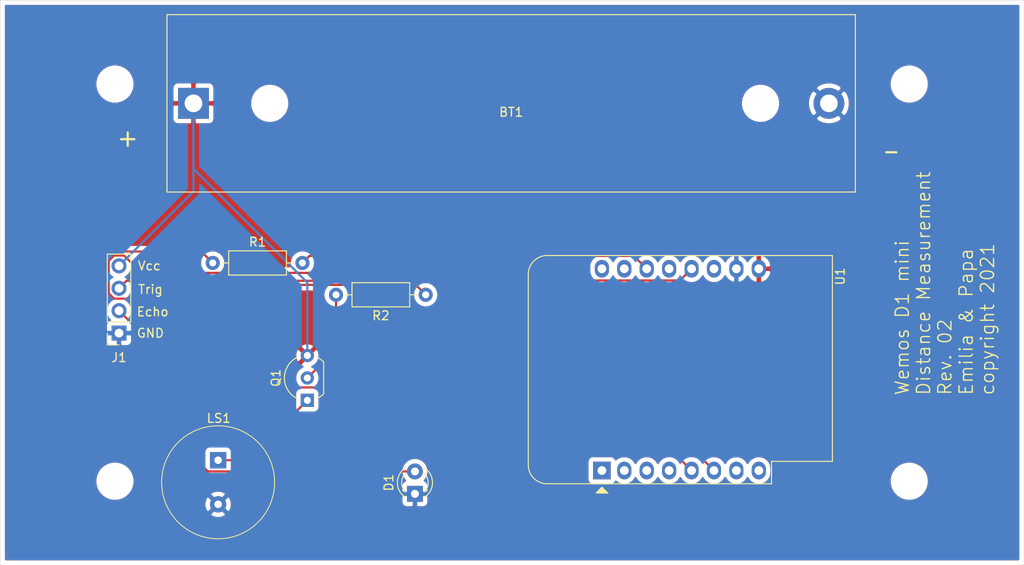
<source format=kicad_pcb>
(kicad_pcb (version 20171130) (host pcbnew "(5.1.10-1-10_14)")

  (general
    (thickness 1.6)
    (drawings 11)
    (tracks 37)
    (zones 0)
    (modules 12)
    (nets 10)
  )

  (page A4)
  (title_block
    (title "Wemos D1 mini Distance Measurement")
    (date 2021-11-27)
    (rev "Version 2 Rev. 01")
    (company "Emilia & Papa")
  )

  (layers
    (0 F.Cu signal)
    (31 B.Cu signal)
    (32 B.Adhes user)
    (33 F.Adhes user)
    (34 B.Paste user)
    (35 F.Paste user)
    (36 B.SilkS user)
    (37 F.SilkS user)
    (38 B.Mask user)
    (39 F.Mask user)
    (40 Dwgs.User user)
    (41 Cmts.User user)
    (42 Eco1.User user)
    (43 Eco2.User user)
    (44 Edge.Cuts user)
    (45 Margin user)
    (46 B.CrtYd user)
    (47 F.CrtYd user)
    (48 B.Fab user)
    (49 F.Fab user hide)
  )

  (setup
    (last_trace_width 0.25)
    (trace_clearance 0.2)
    (zone_clearance 0.508)
    (zone_45_only no)
    (trace_min 0.2)
    (via_size 0.8)
    (via_drill 0.4)
    (via_min_size 0.4)
    (via_min_drill 0.3)
    (uvia_size 0.3)
    (uvia_drill 0.1)
    (uvias_allowed no)
    (uvia_min_size 0.2)
    (uvia_min_drill 0.1)
    (edge_width 0.05)
    (segment_width 0.2)
    (pcb_text_width 0.3)
    (pcb_text_size 1.5 1.5)
    (mod_edge_width 0.12)
    (mod_text_size 1 1)
    (mod_text_width 0.15)
    (pad_size 3.2 3.2)
    (pad_drill 3.2)
    (pad_to_mask_clearance 0)
    (aux_axis_origin 0 0)
    (visible_elements FFFFFF7F)
    (pcbplotparams
      (layerselection 0x010fc_ffffffff)
      (usegerberextensions false)
      (usegerberattributes true)
      (usegerberadvancedattributes true)
      (creategerberjobfile true)
      (excludeedgelayer true)
      (linewidth 0.100000)
      (plotframeref false)
      (viasonmask false)
      (mode 1)
      (useauxorigin false)
      (hpglpennumber 1)
      (hpglpenspeed 20)
      (hpglpendiameter 15.000000)
      (psnegative false)
      (psa4output false)
      (plotreference true)
      (plotvalue true)
      (plotinvisibletext false)
      (padsonsilk false)
      (subtractmaskfromsilk false)
      (outputformat 1)
      (mirror false)
      (drillshape 0)
      (scaleselection 1)
      (outputdirectory "../../../../Desktop/"))
  )

  (net 0 "")
  (net 1 GND)
  (net 2 "Net-(D1-Pad2)")
  (net 3 +5V)
  (net 4 "Net-(J1-Pad3)")
  (net 5 "Net-(J1-Pad2)")
  (net 6 "Net-(LS1-Pad1)")
  (net 7 "Net-(Q1-Pad2)")
  (net 8 "Net-(R2-Pad1)")
  (net 9 "Net-(R1-Pad2)")

  (net_class Default "This is the default net class."
    (clearance 0.2)
    (trace_width 0.25)
    (via_dia 0.8)
    (via_drill 0.4)
    (uvia_dia 0.3)
    (uvia_drill 0.1)
    (add_net +5V)
    (add_net GND)
    (add_net "Net-(D1-Pad2)")
    (add_net "Net-(J1-Pad2)")
    (add_net "Net-(J1-Pad3)")
    (add_net "Net-(LS1-Pad1)")
    (add_net "Net-(Q1-Pad2)")
    (add_net "Net-(R1-Pad2)")
    (add_net "Net-(R2-Pad1)")
  )

  (module digikey-footprints:Piezo_Transducer_THT_PS1240P02BT (layer F.Cu) (tedit 59D244F6) (tstamp 616CBE0E)
    (at 116.1288 118.4148)
    (path /616CE39B)
    (fp_text reference LS1 (at 0.075 -4.75) (layer F.SilkS)
      (effects (font (size 1 1) (thickness 0.15)))
    )
    (fp_text value Speaker_Crystal (at 0.575 9.825) (layer F.Fab)
      (effects (font (size 1 1) (thickness 0.15)))
    )
    (fp_circle (center 0 2.5) (end 0 8.9) (layer F.SilkS) (width 0.1))
    (fp_circle (center 0 2.5) (end 0 9) (layer F.CrtYd) (width 0.05))
    (fp_circle (center 0 2.5) (end 0 8.75) (layer F.Fab) (width 0.1))
    (fp_text user %R (at -0.1 2.75) (layer F.Fab)
      (effects (font (size 1 1) (thickness 0.15)))
    )
    (pad 2 thru_hole circle (at 0 5) (size 1.85 1.85) (drill 0.85) (layers *.Cu *.Mask)
      (net 1 GND))
    (pad 1 thru_hole rect (at 0 0) (size 1.85 1.85) (drill 0.85) (layers *.Cu *.Mask)
      (net 6 "Net-(LS1-Pad1)"))
  )

  (module Battery:BatteryHolder_MPD_BH-18650-PC2 (layer F.Cu) (tedit 5C1007C1) (tstamp 61A2470D)
    (at 113.3348 77.978)
    (descr "18650 Battery Holder (http://www.memoryprotectiondevices.com/datasheets/BK-18650-PC2-datasheet.pdf)")
    (tags "18650 Battery Holder")
    (path /61A1E8BC)
    (fp_text reference BT1 (at 36 1) (layer F.SilkS)
      (effects (font (size 1 1) (thickness 0.15)))
    )
    (fp_text value 18650 (at 36 -0.8) (layer F.Fab)
      (effects (font (size 1 1) (thickness 0.15)))
    )
    (fp_line (start -3 10.05) (end -3 -10.05) (layer F.SilkS) (width 0.12))
    (fp_line (start 75 10.05) (end -3 10.05) (layer F.SilkS) (width 0.12))
    (fp_line (start 75 -10.05) (end 75 10.05) (layer F.SilkS) (width 0.12))
    (fp_line (start -3 -10.05) (end 75 -10.05) (layer F.SilkS) (width 0.12))
    (fp_line (start -2.8 9.85) (end -2.8 -9.85) (layer F.Fab) (width 0.1))
    (fp_line (start 74.8 9.85) (end -2.8 9.85) (layer F.Fab) (width 0.1))
    (fp_line (start 74.8 -9.85) (end 74.8 9.85) (layer F.Fab) (width 0.1))
    (fp_line (start -2.8 -9.85) (end 74.8 -9.85) (layer F.Fab) (width 0.1))
    (fp_line (start -3.2 10.25) (end -3.2 -10.25) (layer F.CrtYd) (width 0.05))
    (fp_line (start 75.2 10.25) (end -3.2 10.25) (layer F.CrtYd) (width 0.05))
    (fp_line (start 75.2 -10.25) (end 75.2 10.25) (layer F.CrtYd) (width 0.05))
    (fp_line (start -3.2 -10.25) (end 75.2 -10.25) (layer F.CrtYd) (width 0.05))
    (fp_text user %R (at 36 -2.4) (layer F.Fab)
      (effects (font (size 1 1) (thickness 0.15)))
    )
    (pad "" np_thru_hole circle (at 64.255 0) (size 3.2 3.2) (drill 3.2) (layers *.Cu *.Mask))
    (pad "" np_thru_hole circle (at 8.645 0) (size 3.2 3.2) (drill 3.2) (layers *.Cu *.Mask))
    (pad 1 thru_hole rect (at 0 0) (size 3.5 3.5) (drill 2) (layers *.Cu *.Mask)
      (net 3 +5V))
    (pad 2 thru_hole circle (at 72 0) (size 3.5 3.5) (drill 2) (layers *.Cu *.Mask)
      (net 1 GND))
    (model ${KISYS3DMOD}/Battery.3dshapes/BatteryHolder_MPD_BH-18650-PC2.wrl
      (at (xyz 0 0 0))
      (scale (xyz 1 1 1))
      (rotate (xyz 0 0 0))
    )
  )

  (module Module:WEMOS_D1_mini_light (layer F.Cu) (tedit 5BBFB1CE) (tstamp 616CBE93)
    (at 159.6136 119.5832 90)
    (descr "16-pin module, column spacing 22.86 mm (900 mils), https://wiki.wemos.cc/products:d1:d1_mini, https://c1.staticflickr.com/1/734/31400410271_f278b087db_z.jpg")
    (tags "ESP8266 WiFi microcontroller")
    (path /616C4280)
    (fp_text reference U1 (at 22 27 90) (layer F.SilkS)
      (effects (font (size 1 1) (thickness 0.15)))
    )
    (fp_text value WeMos_D1_mini (at 11.7 0 90) (layer F.Fab)
      (effects (font (size 1 1) (thickness 0.15)))
    )
    (fp_line (start 1.04 26.12) (end 24.36 26.12) (layer F.SilkS) (width 0.12))
    (fp_line (start -1.5 19.22) (end -1.5 -6.21) (layer F.SilkS) (width 0.12))
    (fp_line (start 24.36 26.12) (end 24.36 -6.21) (layer F.SilkS) (width 0.12))
    (fp_line (start 22.24 -8.34) (end 0.63 -8.34) (layer F.SilkS) (width 0.12))
    (fp_line (start 1.17 25.99) (end 24.23 25.99) (layer F.Fab) (width 0.1))
    (fp_line (start 24.23 25.99) (end 24.23 -6.21) (layer F.Fab) (width 0.1))
    (fp_line (start 22.23 -8.21) (end 0.63 -8.21) (layer F.Fab) (width 0.1))
    (fp_line (start -1.37 1) (end -1.37 19.09) (layer F.Fab) (width 0.1))
    (fp_line (start -1.62 -8.46) (end 24.48 -8.46) (layer F.CrtYd) (width 0.05))
    (fp_line (start 24.48 -8.41) (end 24.48 26.24) (layer F.CrtYd) (width 0.05))
    (fp_line (start 24.48 26.24) (end -1.62 26.24) (layer F.CrtYd) (width 0.05))
    (fp_line (start -1.62 26.24) (end -1.62 -8.46) (layer F.CrtYd) (width 0.05))
    (fp_poly (pts (xy -2.54 -0.635) (xy -2.54 0.635) (xy -1.905 0)) (layer F.SilkS) (width 0.15))
    (fp_line (start -1.35 -1.4) (end 24.25 -1.4) (layer Dwgs.User) (width 0.1))
    (fp_line (start 24.25 -1.4) (end 24.25 -8.2) (layer Dwgs.User) (width 0.1))
    (fp_line (start 24.25 -8.2) (end -1.35 -8.2) (layer Dwgs.User) (width 0.1))
    (fp_line (start -1.35 -8.2) (end -1.35 -1.4) (layer Dwgs.User) (width 0.1))
    (fp_line (start -1.35 -1.4) (end 5.45 -8.2) (layer Dwgs.User) (width 0.1))
    (fp_line (start 0.65 -1.4) (end 7.45 -8.2) (layer Dwgs.User) (width 0.1))
    (fp_line (start 2.65 -1.4) (end 9.45 -8.2) (layer Dwgs.User) (width 0.1))
    (fp_line (start 4.65 -1.4) (end 11.45 -8.2) (layer Dwgs.User) (width 0.1))
    (fp_line (start 6.65 -1.4) (end 13.45 -8.2) (layer Dwgs.User) (width 0.1))
    (fp_line (start 8.65 -1.4) (end 15.45 -8.2) (layer Dwgs.User) (width 0.1))
    (fp_line (start 10.65 -1.4) (end 17.45 -8.2) (layer Dwgs.User) (width 0.1))
    (fp_line (start 12.65 -1.4) (end 19.45 -8.2) (layer Dwgs.User) (width 0.1))
    (fp_line (start 14.65 -1.4) (end 21.45 -8.2) (layer Dwgs.User) (width 0.1))
    (fp_line (start 16.65 -1.4) (end 23.45 -8.2) (layer Dwgs.User) (width 0.1))
    (fp_line (start 18.65 -1.4) (end 24.25 -7) (layer Dwgs.User) (width 0.1))
    (fp_line (start 20.65 -1.4) (end 24.25 -5) (layer Dwgs.User) (width 0.1))
    (fp_line (start 22.65 -1.4) (end 24.25 -3) (layer Dwgs.User) (width 0.1))
    (fp_line (start -1.35 -3.4) (end 3.45 -8.2) (layer Dwgs.User) (width 0.1))
    (fp_line (start -1.3 -5.45) (end 1.45 -8.2) (layer Dwgs.User) (width 0.1))
    (fp_line (start -1.35 -7.4) (end -0.55 -8.2) (layer Dwgs.User) (width 0.1))
    (fp_line (start -1.37 19.09) (end 1.17 19.09) (layer F.Fab) (width 0.1))
    (fp_line (start 1.17 19.09) (end 1.17 25.99) (layer F.Fab) (width 0.1))
    (fp_line (start -1.37 -6.21) (end -1.37 -1) (layer F.Fab) (width 0.1))
    (fp_line (start -1.37 1) (end -0.37 0) (layer F.Fab) (width 0.1))
    (fp_line (start -0.37 0) (end -1.37 -1) (layer F.Fab) (width 0.1))
    (fp_line (start -1.5 19.22) (end 1.04 19.22) (layer F.SilkS) (width 0.12))
    (fp_line (start 1.04 19.22) (end 1.04 26.12) (layer F.SilkS) (width 0.12))
    (fp_text user "No copper" (at 11.43 -3.81 90) (layer Cmts.User)
      (effects (font (size 1 1) (thickness 0.15)))
    )
    (fp_text user "KEEP OUT" (at 11.43 -6.35 90) (layer Cmts.User)
      (effects (font (size 1 1) (thickness 0.15)))
    )
    (fp_arc (start 22.23 -6.21) (end 24.36 -6.21) (angle -90) (layer F.SilkS) (width 0.12))
    (fp_arc (start 0.63 -6.21) (end 0.63 -8.34) (angle -90) (layer F.SilkS) (width 0.12))
    (fp_arc (start 22.23 -6.21) (end 24.23 -6.19) (angle -90) (layer F.Fab) (width 0.1))
    (fp_arc (start 0.63 -6.21) (end 0.63 -8.21) (angle -90) (layer F.Fab) (width 0.1))
    (fp_text user %R (at 11.43 10 90) (layer F.Fab)
      (effects (font (size 1 1) (thickness 0.15)))
    )
    (pad 16 thru_hole oval (at 22.86 0 90) (size 2 1.6) (drill 1) (layers *.Cu *.Mask))
    (pad 15 thru_hole oval (at 22.86 2.54 90) (size 2 1.6) (drill 1) (layers *.Cu *.Mask))
    (pad 14 thru_hole oval (at 22.86 5.08 90) (size 2 1.6) (drill 1) (layers *.Cu *.Mask)
      (net 9 "Net-(R1-Pad2)"))
    (pad 13 thru_hole oval (at 22.86 7.62 90) (size 2 1.6) (drill 1) (layers *.Cu *.Mask))
    (pad 12 thru_hole oval (at 22.86 10.16 90) (size 2 1.6) (drill 1) (layers *.Cu *.Mask)
      (net 8 "Net-(R2-Pad1)"))
    (pad 11 thru_hole oval (at 22.86 12.7 90) (size 2 1.6) (drill 1) (layers *.Cu *.Mask))
    (pad 10 thru_hole oval (at 22.86 15.24 90) (size 2 1.6) (drill 1) (layers *.Cu *.Mask)
      (net 1 GND))
    (pad 9 thru_hole oval (at 22.86 17.78 90) (size 2 1.6) (drill 1) (layers *.Cu *.Mask)
      (net 3 +5V))
    (pad 8 thru_hole oval (at 0 17.78 90) (size 2 1.6) (drill 1) (layers *.Cu *.Mask))
    (pad 7 thru_hole oval (at 0 15.24 90) (size 2 1.6) (drill 1) (layers *.Cu *.Mask))
    (pad 6 thru_hole oval (at 0 12.7 90) (size 2 1.6) (drill 1) (layers *.Cu *.Mask)
      (net 4 "Net-(J1-Pad3)"))
    (pad 5 thru_hole oval (at 0 10.16 90) (size 2 1.6) (drill 1) (layers *.Cu *.Mask)
      (net 5 "Net-(J1-Pad2)"))
    (pad 4 thru_hole oval (at 0 7.62 90) (size 2 1.6) (drill 1) (layers *.Cu *.Mask))
    (pad 3 thru_hole oval (at 0 5.08 90) (size 2 1.6) (drill 1) (layers *.Cu *.Mask))
    (pad 1 thru_hole rect (at 0 0 90) (size 2 2) (drill 1) (layers *.Cu *.Mask))
    (pad 2 thru_hole oval (at 0 2.54 90) (size 2 1.6) (drill 1) (layers *.Cu *.Mask))
    (model ${KISYS3DMOD}/Module.3dshapes/WEMOS_D1_mini_light.wrl
      (at (xyz 0 0 0))
      (scale (xyz 1 1 1))
      (rotate (xyz 0 0 0))
    )
    (model ${KISYS3DMOD}/Connector_PinHeader_2.54mm.3dshapes/PinHeader_1x08_P2.54mm_Vertical.wrl
      (offset (xyz 0 0 9.5))
      (scale (xyz 1 1 1))
      (rotate (xyz 0 -180 0))
    )
    (model ${KISYS3DMOD}/Connector_PinHeader_2.54mm.3dshapes/PinHeader_1x08_P2.54mm_Vertical.wrl
      (offset (xyz 22.86 0 9.5))
      (scale (xyz 1 1 1))
      (rotate (xyz 0 -180 0))
    )
    (model ${KISYS3DMOD}/Connector_PinSocket_2.54mm.3dshapes/PinSocket_1x08_P2.54mm_Vertical.wrl
      (at (xyz 0 0 0))
      (scale (xyz 1 1 1))
      (rotate (xyz 0 0 0))
    )
    (model ${KISYS3DMOD}/Connector_PinSocket_2.54mm.3dshapes/PinSocket_1x08_P2.54mm_Vertical.wrl
      (offset (xyz 22.86 0 0))
      (scale (xyz 1 1 1))
      (rotate (xyz 0 0 0))
    )
  )

  (module Resistor_THT:R_Axial_DIN0207_L6.3mm_D2.5mm_P10.16mm_Horizontal (layer F.Cu) (tedit 5AE5139B) (tstamp 616CBE50)
    (at 139.6492 99.6696 180)
    (descr "Resistor, Axial_DIN0207 series, Axial, Horizontal, pin pitch=10.16mm, 0.25W = 1/4W, length*diameter=6.3*2.5mm^2, http://cdn-reichelt.de/documents/datenblatt/B400/1_4W%23YAG.pdf")
    (tags "Resistor Axial_DIN0207 series Axial Horizontal pin pitch 10.16mm 0.25W = 1/4W length 6.3mm diameter 2.5mm")
    (path /616CA45D)
    (fp_text reference R2 (at 5.08 -2.37) (layer F.SilkS)
      (effects (font (size 1 1) (thickness 0.15)))
    )
    (fp_text value 1k (at 5.08 2.37) (layer F.Fab)
      (effects (font (size 1 1) (thickness 0.15)))
    )
    (fp_line (start 1.93 -1.25) (end 1.93 1.25) (layer F.Fab) (width 0.1))
    (fp_line (start 1.93 1.25) (end 8.23 1.25) (layer F.Fab) (width 0.1))
    (fp_line (start 8.23 1.25) (end 8.23 -1.25) (layer F.Fab) (width 0.1))
    (fp_line (start 8.23 -1.25) (end 1.93 -1.25) (layer F.Fab) (width 0.1))
    (fp_line (start 0 0) (end 1.93 0) (layer F.Fab) (width 0.1))
    (fp_line (start 10.16 0) (end 8.23 0) (layer F.Fab) (width 0.1))
    (fp_line (start 1.81 -1.37) (end 1.81 1.37) (layer F.SilkS) (width 0.12))
    (fp_line (start 1.81 1.37) (end 8.35 1.37) (layer F.SilkS) (width 0.12))
    (fp_line (start 8.35 1.37) (end 8.35 -1.37) (layer F.SilkS) (width 0.12))
    (fp_line (start 8.35 -1.37) (end 1.81 -1.37) (layer F.SilkS) (width 0.12))
    (fp_line (start 1.04 0) (end 1.81 0) (layer F.SilkS) (width 0.12))
    (fp_line (start 9.12 0) (end 8.35 0) (layer F.SilkS) (width 0.12))
    (fp_line (start -1.05 -1.5) (end -1.05 1.5) (layer F.CrtYd) (width 0.05))
    (fp_line (start -1.05 1.5) (end 11.21 1.5) (layer F.CrtYd) (width 0.05))
    (fp_line (start 11.21 1.5) (end 11.21 -1.5) (layer F.CrtYd) (width 0.05))
    (fp_line (start 11.21 -1.5) (end -1.05 -1.5) (layer F.CrtYd) (width 0.05))
    (fp_text user %R (at 5.08 0) (layer F.Fab)
      (effects (font (size 1 1) (thickness 0.15)))
    )
    (pad 2 thru_hole oval (at 10.16 0 180) (size 1.6 1.6) (drill 0.8) (layers *.Cu *.Mask)
      (net 7 "Net-(Q1-Pad2)"))
    (pad 1 thru_hole circle (at 0 0 180) (size 1.6 1.6) (drill 0.8) (layers *.Cu *.Mask)
      (net 8 "Net-(R2-Pad1)"))
    (model ${KISYS3DMOD}/Resistor_THT.3dshapes/R_Axial_DIN0207_L6.3mm_D2.5mm_P10.16mm_Horizontal.wrl
      (at (xyz 0 0 0))
      (scale (xyz 1 1 1))
      (rotate (xyz 0 0 0))
    )
  )

  (module Package_TO_SOT_THT:TO-92_Inline_Wide (layer F.Cu) (tedit 5A02FF81) (tstamp 616CBE22)
    (at 126.238 111.633 90)
    (descr "TO-92 leads in-line, wide, drill 0.75mm (see NXP sot054_po.pdf)")
    (tags "to-92 sc-43 sc-43a sot54 PA33 transistor")
    (path /616E3576)
    (fp_text reference Q1 (at 2.54 -3.56 90) (layer F.SilkS)
      (effects (font (size 1 1) (thickness 0.15)))
    )
    (fp_text value 2N5109 (at 2.54 2.79 90) (layer F.Fab)
      (effects (font (size 1 1) (thickness 0.15)))
    )
    (fp_line (start 0.74 1.85) (end 4.34 1.85) (layer F.SilkS) (width 0.12))
    (fp_line (start 0.8 1.75) (end 4.3 1.75) (layer F.Fab) (width 0.1))
    (fp_line (start -1.01 -2.73) (end 6.09 -2.73) (layer F.CrtYd) (width 0.05))
    (fp_line (start -1.01 -2.73) (end -1.01 2.01) (layer F.CrtYd) (width 0.05))
    (fp_line (start 6.09 2.01) (end 6.09 -2.73) (layer F.CrtYd) (width 0.05))
    (fp_line (start 6.09 2.01) (end -1.01 2.01) (layer F.CrtYd) (width 0.05))
    (fp_arc (start 2.54 0) (end 4.34 1.85) (angle -20) (layer F.SilkS) (width 0.12))
    (fp_arc (start 2.54 0) (end 2.54 -2.48) (angle -135) (layer F.Fab) (width 0.1))
    (fp_arc (start 2.54 0) (end 2.54 -2.48) (angle 135) (layer F.Fab) (width 0.1))
    (fp_arc (start 2.54 0) (end 2.54 -2.6) (angle 65) (layer F.SilkS) (width 0.12))
    (fp_arc (start 2.54 0) (end 2.54 -2.6) (angle -65) (layer F.SilkS) (width 0.12))
    (fp_arc (start 2.54 0) (end 0.74 1.85) (angle 20) (layer F.SilkS) (width 0.12))
    (fp_text user %R (at 2.54 0 90) (layer F.Fab)
      (effects (font (size 1 1) (thickness 0.15)))
    )
    (pad 1 thru_hole rect (at 0 0 90) (size 1.5 1.5) (drill 0.8) (layers *.Cu *.Mask)
      (net 6 "Net-(LS1-Pad1)"))
    (pad 3 thru_hole circle (at 5.08 0 90) (size 1.5 1.5) (drill 0.8) (layers *.Cu *.Mask)
      (net 3 +5V))
    (pad 2 thru_hole circle (at 2.54 0 90) (size 1.5 1.5) (drill 0.8) (layers *.Cu *.Mask)
      (net 7 "Net-(Q1-Pad2)"))
    (model ${KISYS3DMOD}/Package_TO_SOT_THT.3dshapes/TO-92_Inline_Wide.wrl
      (at (xyz 0 0 0))
      (scale (xyz 1 1 1))
      (rotate (xyz 0 0 0))
    )
  )

  (module LED_THT:LED_D3.0mm (layer F.Cu) (tedit 587A3A7B) (tstamp 616CBDC6)
    (at 138.43 122.2248 90)
    (descr "LED, diameter 3.0mm, 2 pins")
    (tags "LED diameter 3.0mm 2 pins")
    (path /616C95CA)
    (fp_text reference D1 (at 1.27 -2.96 90) (layer F.SilkS)
      (effects (font (size 1 1) (thickness 0.15)))
    )
    (fp_text value LED (at 1.27 2.96 90) (layer F.Fab)
      (effects (font (size 1 1) (thickness 0.15)))
    )
    (fp_circle (center 1.27 0) (end 2.77 0) (layer F.Fab) (width 0.1))
    (fp_line (start -0.23 -1.16619) (end -0.23 1.16619) (layer F.Fab) (width 0.1))
    (fp_line (start -0.29 -1.236) (end -0.29 -1.08) (layer F.SilkS) (width 0.12))
    (fp_line (start -0.29 1.08) (end -0.29 1.236) (layer F.SilkS) (width 0.12))
    (fp_line (start -1.15 -2.25) (end -1.15 2.25) (layer F.CrtYd) (width 0.05))
    (fp_line (start -1.15 2.25) (end 3.7 2.25) (layer F.CrtYd) (width 0.05))
    (fp_line (start 3.7 2.25) (end 3.7 -2.25) (layer F.CrtYd) (width 0.05))
    (fp_line (start 3.7 -2.25) (end -1.15 -2.25) (layer F.CrtYd) (width 0.05))
    (fp_arc (start 1.27 0) (end 0.229039 1.08) (angle -87.9) (layer F.SilkS) (width 0.12))
    (fp_arc (start 1.27 0) (end 0.229039 -1.08) (angle 87.9) (layer F.SilkS) (width 0.12))
    (fp_arc (start 1.27 0) (end -0.29 1.235516) (angle -108.8) (layer F.SilkS) (width 0.12))
    (fp_arc (start 1.27 0) (end -0.29 -1.235516) (angle 108.8) (layer F.SilkS) (width 0.12))
    (fp_arc (start 1.27 0) (end -0.23 -1.16619) (angle 284.3) (layer F.Fab) (width 0.1))
    (pad 2 thru_hole circle (at 2.54 0 90) (size 1.8 1.8) (drill 0.9) (layers *.Cu *.Mask)
      (net 2 "Net-(D1-Pad2)"))
    (pad 1 thru_hole rect (at 0 0 90) (size 1.8 1.8) (drill 0.9) (layers *.Cu *.Mask)
      (net 1 GND))
    (model ${KISYS3DMOD}/LED_THT.3dshapes/LED_D3.0mm.wrl
      (at (xyz 0 0 0))
      (scale (xyz 1 1 1))
      (rotate (xyz 0 0 0))
    )
  )

  (module Connector_PinSocket_2.54mm:PinSocket_1x04_P2.54mm_Vertical (layer F.Cu) (tedit 5A19A429) (tstamp 616CBDDE)
    (at 104.902 104.013 180)
    (descr "Through hole straight socket strip, 1x04, 2.54mm pitch, single row (from Kicad 4.0.7), script generated")
    (tags "Through hole socket strip THT 1x04 2.54mm single row")
    (path /616C96B1)
    (fp_text reference J1 (at 0 -2.77) (layer F.SilkS)
      (effects (font (size 1 1) (thickness 0.15)))
    )
    (fp_text value Conn_01x04_Female (at 0 10.39) (layer F.Fab)
      (effects (font (size 1 1) (thickness 0.15)))
    )
    (fp_line (start -1.27 -1.27) (end 0.635 -1.27) (layer F.Fab) (width 0.1))
    (fp_line (start 0.635 -1.27) (end 1.27 -0.635) (layer F.Fab) (width 0.1))
    (fp_line (start 1.27 -0.635) (end 1.27 8.89) (layer F.Fab) (width 0.1))
    (fp_line (start 1.27 8.89) (end -1.27 8.89) (layer F.Fab) (width 0.1))
    (fp_line (start -1.27 8.89) (end -1.27 -1.27) (layer F.Fab) (width 0.1))
    (fp_line (start -1.33 1.27) (end 1.33 1.27) (layer F.SilkS) (width 0.12))
    (fp_line (start -1.33 1.27) (end -1.33 8.95) (layer F.SilkS) (width 0.12))
    (fp_line (start -1.33 8.95) (end 1.33 8.95) (layer F.SilkS) (width 0.12))
    (fp_line (start 1.33 1.27) (end 1.33 8.95) (layer F.SilkS) (width 0.12))
    (fp_line (start 1.33 -1.33) (end 1.33 0) (layer F.SilkS) (width 0.12))
    (fp_line (start 0 -1.33) (end 1.33 -1.33) (layer F.SilkS) (width 0.12))
    (fp_line (start -1.8 -1.8) (end 1.75 -1.8) (layer F.CrtYd) (width 0.05))
    (fp_line (start 1.75 -1.8) (end 1.75 9.4) (layer F.CrtYd) (width 0.05))
    (fp_line (start 1.75 9.4) (end -1.8 9.4) (layer F.CrtYd) (width 0.05))
    (fp_line (start -1.8 9.4) (end -1.8 -1.8) (layer F.CrtYd) (width 0.05))
    (fp_text user %R (at 0 3.81 90) (layer F.Fab)
      (effects (font (size 1 1) (thickness 0.15)))
    )
    (pad 4 thru_hole oval (at 0 7.62 180) (size 1.7 1.7) (drill 1) (layers *.Cu *.Mask)
      (net 3 +5V))
    (pad 3 thru_hole oval (at 0 5.08 180) (size 1.7 1.7) (drill 1) (layers *.Cu *.Mask)
      (net 4 "Net-(J1-Pad3)"))
    (pad 2 thru_hole oval (at 0 2.54 180) (size 1.7 1.7) (drill 1) (layers *.Cu *.Mask)
      (net 5 "Net-(J1-Pad2)"))
    (pad 1 thru_hole rect (at 0 0 180) (size 1.7 1.7) (drill 1) (layers *.Cu *.Mask)
      (net 1 GND))
    (model ${KISYS3DMOD}/Connector_PinSocket_2.54mm.3dshapes/PinSocket_1x04_P2.54mm_Vertical.wrl
      (at (xyz 0 0 0))
      (scale (xyz 1 1 1))
      (rotate (xyz 0 0 0))
    )
  )

  (module Resistor_THT:R_Axial_DIN0207_L6.3mm_D2.5mm_P10.16mm_Horizontal (layer F.Cu) (tedit 5AE5139B) (tstamp 616CBE39)
    (at 115.5192 96.0628)
    (descr "Resistor, Axial_DIN0207 series, Axial, Horizontal, pin pitch=10.16mm, 0.25W = 1/4W, length*diameter=6.3*2.5mm^2, http://cdn-reichelt.de/documents/datenblatt/B400/1_4W%23YAG.pdf")
    (tags "Resistor Axial_DIN0207 series Axial Horizontal pin pitch 10.16mm 0.25W = 1/4W length 6.3mm diameter 2.5mm")
    (path /616CA772)
    (fp_text reference R1 (at 5.08 -2.37) (layer F.SilkS)
      (effects (font (size 1 1) (thickness 0.15)))
    )
    (fp_text value 220 (at 5.08 2.37) (layer F.Fab)
      (effects (font (size 1 1) (thickness 0.15)))
    )
    (fp_line (start 1.93 -1.25) (end 1.93 1.25) (layer F.Fab) (width 0.1))
    (fp_line (start 1.93 1.25) (end 8.23 1.25) (layer F.Fab) (width 0.1))
    (fp_line (start 8.23 1.25) (end 8.23 -1.25) (layer F.Fab) (width 0.1))
    (fp_line (start 8.23 -1.25) (end 1.93 -1.25) (layer F.Fab) (width 0.1))
    (fp_line (start 0 0) (end 1.93 0) (layer F.Fab) (width 0.1))
    (fp_line (start 10.16 0) (end 8.23 0) (layer F.Fab) (width 0.1))
    (fp_line (start 1.81 -1.37) (end 1.81 1.37) (layer F.SilkS) (width 0.12))
    (fp_line (start 1.81 1.37) (end 8.35 1.37) (layer F.SilkS) (width 0.12))
    (fp_line (start 8.35 1.37) (end 8.35 -1.37) (layer F.SilkS) (width 0.12))
    (fp_line (start 8.35 -1.37) (end 1.81 -1.37) (layer F.SilkS) (width 0.12))
    (fp_line (start 1.04 0) (end 1.81 0) (layer F.SilkS) (width 0.12))
    (fp_line (start 9.12 0) (end 8.35 0) (layer F.SilkS) (width 0.12))
    (fp_line (start -1.05 -1.5) (end -1.05 1.5) (layer F.CrtYd) (width 0.05))
    (fp_line (start -1.05 1.5) (end 11.21 1.5) (layer F.CrtYd) (width 0.05))
    (fp_line (start 11.21 1.5) (end 11.21 -1.5) (layer F.CrtYd) (width 0.05))
    (fp_line (start 11.21 -1.5) (end -1.05 -1.5) (layer F.CrtYd) (width 0.05))
    (fp_text user %R (at 5.08 0) (layer F.Fab)
      (effects (font (size 1 1) (thickness 0.15)))
    )
    (pad 2 thru_hole oval (at 10.16 0) (size 1.6 1.6) (drill 0.8) (layers *.Cu *.Mask)
      (net 9 "Net-(R1-Pad2)"))
    (pad 1 thru_hole circle (at 0 0) (size 1.6 1.6) (drill 0.8) (layers *.Cu *.Mask)
      (net 2 "Net-(D1-Pad2)"))
    (model ${KISYS3DMOD}/Resistor_THT.3dshapes/R_Axial_DIN0207_L6.3mm_D2.5mm_P10.16mm_Horizontal.wrl
      (at (xyz 0 0 0))
      (scale (xyz 1 1 1))
      (rotate (xyz 0 0 0))
    )
  )

  (module MountingHole:MountingHole_3.2mm_M3 (layer F.Cu) (tedit 56D1B4CB) (tstamp 612D55F5)
    (at 194.44 75.794 90)
    (descr "Mounting Hole 3.2mm, no annular, M3")
    (tags "mounting hole 3.2mm no annular m3")
    (attr virtual)
    (fp_text reference REF** (at 0 -4.2 90) (layer F.SilkS) hide
      (effects (font (size 1 1) (thickness 0.15)))
    )
    (fp_text value MountingHole_3.2mm_M3 (at 0 4.2 90) (layer F.Fab)
      (effects (font (size 1 1) (thickness 0.15)))
    )
    (fp_circle (center 0 0) (end 3.45 0) (layer F.CrtYd) (width 0.05))
    (fp_circle (center 0 0) (end 3.2 0) (layer Cmts.User) (width 0.15))
    (fp_text user %R (at 0.3 0 90) (layer F.Fab)
      (effects (font (size 1 1) (thickness 0.15)))
    )
    (pad 1 np_thru_hole circle (at 0 0 90) (size 3.2 3.2) (drill 3.2) (layers *.Cu *.Mask))
  )

  (module MountingHole:MountingHole_3.2mm_M3 (layer F.Cu) (tedit 56D1B4CB) (tstamp 612D55E0)
    (at 104.44 75.794 90)
    (descr "Mounting Hole 3.2mm, no annular, M3")
    (tags "mounting hole 3.2mm no annular m3")
    (attr virtual)
    (fp_text reference REF** (at 0 -4.2 90) (layer F.SilkS) hide
      (effects (font (size 1 1) (thickness 0.15)))
    )
    (fp_text value MountingHole_3.2mm_M3 (at 0 4.2 90) (layer F.Fab)
      (effects (font (size 1 1) (thickness 0.15)))
    )
    (fp_circle (center 0 0) (end 3.2 0) (layer Cmts.User) (width 0.15))
    (fp_circle (center 0 0) (end 3.45 0) (layer F.CrtYd) (width 0.05))
    (fp_text user %R (at 0.3 0 90) (layer F.Fab)
      (effects (font (size 1 1) (thickness 0.15)))
    )
    (pad 1 np_thru_hole circle (at 0 0 90) (size 3.2 3.2) (drill 3.2) (layers *.Cu *.Mask))
  )

  (module MountingHole:MountingHole_3.2mm_M3 (layer F.Cu) (tedit 56D1B4CB) (tstamp 612D561F)
    (at 194.44 120.794 90)
    (descr "Mounting Hole 3.2mm, no annular, M3")
    (tags "mounting hole 3.2mm no annular m3")
    (attr virtual)
    (fp_text reference REF** (at 0 -4.2 90) (layer F.SilkS) hide
      (effects (font (size 1 1) (thickness 0.15)))
    )
    (fp_text value MountingHole_3.2mm_M3 (at 0 4.2 90) (layer F.Fab)
      (effects (font (size 1 1) (thickness 0.15)))
    )
    (fp_circle (center 0 0) (end 3.2 0) (layer Cmts.User) (width 0.15))
    (fp_circle (center 0 0) (end 3.45 0) (layer F.CrtYd) (width 0.05))
    (fp_text user %R (at 0.3 0 90) (layer F.Fab)
      (effects (font (size 1 1) (thickness 0.15)))
    )
    (pad 1 np_thru_hole circle (at 0 0 90) (size 3.2 3.2) (drill 3.2) (layers *.Cu *.Mask))
  )

  (module MountingHole:MountingHole_3.2mm_M3 (layer F.Cu) (tedit 56D1B4CB) (tstamp 612D560A)
    (at 104.44 120.794 90)
    (descr "Mounting Hole 3.2mm, no annular, M3")
    (tags "mounting hole 3.2mm no annular m3")
    (attr virtual)
    (fp_text reference REF** (at 0 -4.2 90) (layer F.SilkS) hide
      (effects (font (size 1 1) (thickness 0.15)))
    )
    (fp_text value MountingHole_3.2mm_M3 (at 0 4.2 90) (layer F.Fab)
      (effects (font (size 1 1) (thickness 0.15)))
    )
    (fp_circle (center 0 0) (end 3.45 0) (layer F.CrtYd) (width 0.05))
    (fp_circle (center 0 0) (end 3.2 0) (layer Cmts.User) (width 0.15))
    (fp_text user %R (at 0.3 0 90) (layer F.Fab)
      (effects (font (size 1 1) (thickness 0.15)))
    )
    (pad 1 np_thru_hole circle (at 0 0 90) (size 3.2 3.2) (drill 3.2) (layers *.Cu *.Mask))
  )

  (gr_text "Wemos D1 mini\nDistance Measurement\nRev. 02\nEmilia & Papa\ncopyright 2021" (at 198.4756 111.1504 90) (layer F.SilkS)
    (effects (font (size 1.5 1.5) (thickness 0.15)) (justify left))
  )
  (gr_text Echo (at 108.712 101.6) (layer F.SilkS)
    (effects (font (size 1 1) (thickness 0.15)))
  )
  (gr_text Trig (at 108.458 99.06) (layer F.SilkS)
    (effects (font (size 1 1) (thickness 0.15)))
  )
  (gr_text GND (at 108.458 104.013) (layer F.SilkS)
    (effects (font (size 1 1) (thickness 0.15)))
  )
  (gr_text Vcc (at 108.331 96.393) (layer F.SilkS)
    (effects (font (size 1 1) (thickness 0.15)))
  )
  (gr_text - (at 193.4972 83.4136) (layer F.SilkS)
    (effects (font (size 1.5 1.5) (thickness 0.25)) (justify right))
  )
  (gr_text + (at 107.2896 81.8896) (layer F.SilkS)
    (effects (font (size 2 2) (thickness 0.25)) (justify right))
  )
  (gr_line (start 91.44 130.294) (end 207.44 130.294) (layer Edge.Cuts) (width 0.05) (tstamp 612D3208))
  (gr_line (start 207.44 66.294) (end 207.44 130.294) (layer Edge.Cuts) (width 0.05) (tstamp 612D3212))
  (gr_line (start 91.44 66.294) (end 91.44 130.294) (layer Edge.Cuts) (width 0.05))
  (gr_line (start 91.44 66.294) (end 207.44 66.294) (layer Edge.Cuts) (width 0.05))

  (segment (start 114.224389 94.767989) (end 115.5192 96.0628) (width 0.25) (layer F.Cu) (net 2))
  (segment (start 104.151599 94.767989) (end 114.224389 94.767989) (width 0.25) (layer F.Cu) (net 2))
  (segment (start 103.27699 95.642598) (end 104.151599 94.767989) (width 0.25) (layer F.Cu) (net 2))
  (segment (start 103.27699 107.997992) (end 103.27699 95.642598) (width 0.25) (layer F.Cu) (net 2))
  (segment (start 114.963798 119.6848) (end 103.27699 107.997992) (width 0.25) (layer F.Cu) (net 2))
  (segment (start 138.43 119.6848) (end 114.963798 119.6848) (width 0.25) (layer F.Cu) (net 2))
  (segment (start 113.3348 87.9602) (end 104.902 96.393) (width 0.25) (layer B.Cu) (net 3))
  (segment (start 113.3348 77.978) (end 113.3348 87.9602) (width 0.25) (layer B.Cu) (net 3))
  (segment (start 113.3348 85.383402) (end 126.238 98.286602) (width 0.25) (layer B.Cu) (net 3))
  (segment (start 126.238 98.286602) (end 126.238 106.553) (width 0.25) (layer B.Cu) (net 3))
  (segment (start 113.3348 77.978) (end 113.3348 85.383402) (width 0.25) (layer B.Cu) (net 3))
  (segment (start 150.813401 98.083001) (end 172.3136 119.5832) (width 0.25) (layer F.Cu) (net 4))
  (segment (start 105.751999 98.083001) (end 150.813401 98.083001) (width 0.25) (layer F.Cu) (net 4))
  (segment (start 104.902 98.933) (end 105.751999 98.083001) (width 0.25) (layer F.Cu) (net 4))
  (segment (start 160.358401 110.168001) (end 169.7736 119.5832) (width 0.25) (layer F.Cu) (net 5))
  (segment (start 113.597001 110.168001) (end 160.358401 110.168001) (width 0.25) (layer F.Cu) (net 5))
  (segment (start 104.902 101.473) (end 113.597001 110.168001) (width 0.25) (layer F.Cu) (net 5))
  (segment (start 119.4562 118.4148) (end 126.238 111.633) (width 0.25) (layer F.Cu) (net 6))
  (segment (start 116.1288 118.4148) (end 119.4562 118.4148) (width 0.25) (layer F.Cu) (net 6))
  (segment (start 129.4892 105.8418) (end 126.238 109.093) (width 0.25) (layer F.Cu) (net 7))
  (segment (start 129.4892 99.6696) (end 129.4892 105.8418) (width 0.25) (layer F.Cu) (net 7))
  (segment (start 168.44859 98.04821) (end 169.7736 96.7232) (width 0.25) (layer F.Cu) (net 8))
  (segment (start 151.173399 97.187801) (end 152.033808 98.04821) (width 0.25) (layer F.Cu) (net 8))
  (segment (start 107.435803 97.187801) (end 151.173399 97.187801) (width 0.25) (layer F.Cu) (net 8))
  (segment (start 105.466001 95.217999) (end 107.435803 97.187801) (width 0.25) (layer F.Cu) (net 8))
  (segment (start 152.033808 98.04821) (end 168.44859 98.04821) (width 0.25) (layer F.Cu) (net 8))
  (segment (start 103.726999 95.828999) (end 104.337999 95.217999) (width 0.25) (layer F.Cu) (net 8))
  (segment (start 103.726999 99.497001) (end 103.726999 95.828999) (width 0.25) (layer F.Cu) (net 8))
  (segment (start 104.337999 100.108001) (end 103.726999 99.497001) (width 0.25) (layer F.Cu) (net 8))
  (segment (start 109.223997 100.108001) (end 104.337999 100.108001) (width 0.25) (layer F.Cu) (net 8))
  (segment (start 110.787399 98.544599) (end 109.223997 100.108001) (width 0.25) (layer F.Cu) (net 8))
  (segment (start 104.337999 95.217999) (end 105.466001 95.217999) (width 0.25) (layer F.Cu) (net 8))
  (segment (start 138.524199 98.544599) (end 110.787399 98.544599) (width 0.25) (layer F.Cu) (net 8))
  (segment (start 139.6492 99.6696) (end 138.524199 98.544599) (width 0.25) (layer F.Cu) (net 8))
  (segment (start 163.233201 95.262801) (end 164.6936 96.7232) (width 0.25) (layer F.Cu) (net 9))
  (segment (start 126.479199 95.262801) (end 163.233201 95.262801) (width 0.25) (layer F.Cu) (net 9))
  (segment (start 125.6792 96.0628) (end 126.479199 95.262801) (width 0.25) (layer F.Cu) (net 9))

  (zone (net 1) (net_name GND) (layer B.Cu) (tstamp 61A248A4) (hatch edge 0.508)
    (connect_pads (clearance 0.508))
    (min_thickness 0.254)
    (fill yes (arc_segments 32) (thermal_gap 0.508) (thermal_bridge_width 0.508))
    (polygon
      (pts
        (xy 207.3656 130.2512) (xy 91.4908 130.2512) (xy 91.5416 66.3956) (xy 207.3656 66.3448)
      )
    )
    (filled_polygon
      (pts
        (xy 206.780001 129.634) (xy 92.1 129.634) (xy 92.1 124.496717) (xy 115.226488 124.496717) (xy 115.313193 124.753453)
        (xy 115.590023 124.886848) (xy 115.887557 124.963673) (xy 116.194362 124.980976) (xy 116.498648 124.938092) (xy 116.788721 124.836668)
        (xy 116.944407 124.753453) (xy 117.031112 124.496717) (xy 116.1288 123.594405) (xy 115.226488 124.496717) (xy 92.1 124.496717)
        (xy 92.1 123.480362) (xy 114.562624 123.480362) (xy 114.605508 123.784648) (xy 114.706932 124.074721) (xy 114.790147 124.230407)
        (xy 115.046883 124.317112) (xy 115.949195 123.4148) (xy 116.308405 123.4148) (xy 117.210717 124.317112) (xy 117.467453 124.230407)
        (xy 117.600848 123.953577) (xy 117.677673 123.656043) (xy 117.694976 123.349238) (xy 117.663346 123.1248) (xy 136.891928 123.1248)
        (xy 136.904188 123.249282) (xy 136.940498 123.36898) (xy 136.999463 123.479294) (xy 137.078815 123.575985) (xy 137.175506 123.655337)
        (xy 137.28582 123.714302) (xy 137.405518 123.750612) (xy 137.53 123.762872) (xy 138.14425 123.7598) (xy 138.303 123.60105)
        (xy 138.303 122.3518) (xy 138.557 122.3518) (xy 138.557 123.60105) (xy 138.71575 123.7598) (xy 139.33 123.762872)
        (xy 139.454482 123.750612) (xy 139.57418 123.714302) (xy 139.684494 123.655337) (xy 139.781185 123.575985) (xy 139.860537 123.479294)
        (xy 139.919502 123.36898) (xy 139.955812 123.249282) (xy 139.968072 123.1248) (xy 139.965 122.51055) (xy 139.80625 122.3518)
        (xy 138.557 122.3518) (xy 138.303 122.3518) (xy 137.05375 122.3518) (xy 136.895 122.51055) (xy 136.891928 123.1248)
        (xy 117.663346 123.1248) (xy 117.652092 123.044952) (xy 117.550668 122.754879) (xy 117.467453 122.599193) (xy 117.210717 122.512488)
        (xy 116.308405 123.4148) (xy 115.949195 123.4148) (xy 115.046883 122.512488) (xy 114.790147 122.599193) (xy 114.656752 122.876023)
        (xy 114.579927 123.173557) (xy 114.562624 123.480362) (xy 92.1 123.480362) (xy 92.1 120.573872) (xy 102.205 120.573872)
        (xy 102.205 121.014128) (xy 102.29089 121.445925) (xy 102.459369 121.852669) (xy 102.703962 122.218729) (xy 103.015271 122.530038)
        (xy 103.381331 122.774631) (xy 103.788075 122.94311) (xy 104.219872 123.029) (xy 104.660128 123.029) (xy 105.091925 122.94311)
        (xy 105.498669 122.774631) (xy 105.864729 122.530038) (xy 106.061884 122.332883) (xy 115.226488 122.332883) (xy 116.1288 123.235195)
        (xy 117.031112 122.332883) (xy 116.944407 122.076147) (xy 116.667577 121.942752) (xy 116.370043 121.865927) (xy 116.063238 121.848624)
        (xy 115.758952 121.891508) (xy 115.468879 121.992932) (xy 115.313193 122.076147) (xy 115.226488 122.332883) (xy 106.061884 122.332883)
        (xy 106.176038 122.218729) (xy 106.420631 121.852669) (xy 106.58911 121.445925) (xy 106.613203 121.3248) (xy 136.891928 121.3248)
        (xy 136.895 121.93905) (xy 137.05375 122.0978) (xy 138.303 122.0978) (xy 138.303 122.0778) (xy 138.557 122.0778)
        (xy 138.557 122.0978) (xy 139.80625 122.0978) (xy 139.965 121.93905) (xy 139.968072 121.3248) (xy 139.955812 121.200318)
        (xy 139.919502 121.08062) (xy 139.860537 120.970306) (xy 139.781185 120.873615) (xy 139.684494 120.794263) (xy 139.57418 120.735298)
        (xy 139.555873 120.729744) (xy 139.622312 120.663305) (xy 139.790299 120.411895) (xy 139.906011 120.132543) (xy 139.965 119.835984)
        (xy 139.965 119.533616) (xy 139.906011 119.237057) (xy 139.790299 118.957705) (xy 139.622312 118.706295) (xy 139.499217 118.5832)
        (xy 157.975528 118.5832) (xy 157.975528 120.5832) (xy 157.987788 120.707682) (xy 158.024098 120.82738) (xy 158.083063 120.937694)
        (xy 158.162415 121.034385) (xy 158.259106 121.113737) (xy 158.36942 121.172702) (xy 158.489118 121.209012) (xy 158.6136 121.221272)
        (xy 160.6136 121.221272) (xy 160.738082 121.209012) (xy 160.85778 121.172702) (xy 160.968094 121.113737) (xy 161.064785 121.034385)
        (xy 161.144137 120.937694) (xy 161.191159 120.849723) (xy 161.3525 120.982132) (xy 161.601793 121.115382) (xy 161.872292 121.197436)
        (xy 162.1536 121.225143) (xy 162.434909 121.197436) (xy 162.705408 121.115382) (xy 162.954701 120.982132) (xy 163.173208 120.802808)
        (xy 163.352532 120.584301) (xy 163.4236 120.451342) (xy 163.494668 120.584301) (xy 163.673993 120.802808) (xy 163.8925 120.982132)
        (xy 164.141793 121.115382) (xy 164.412292 121.197436) (xy 164.6936 121.225143) (xy 164.974909 121.197436) (xy 165.245408 121.115382)
        (xy 165.494701 120.982132) (xy 165.713208 120.802808) (xy 165.892532 120.584301) (xy 165.9636 120.451342) (xy 166.034668 120.584301)
        (xy 166.213993 120.802808) (xy 166.4325 120.982132) (xy 166.681793 121.115382) (xy 166.952292 121.197436) (xy 167.2336 121.225143)
        (xy 167.514909 121.197436) (xy 167.785408 121.115382) (xy 168.034701 120.982132) (xy 168.253208 120.802808) (xy 168.432532 120.584301)
        (xy 168.5036 120.451342) (xy 168.574668 120.584301) (xy 168.753993 120.802808) (xy 168.9725 120.982132) (xy 169.221793 121.115382)
        (xy 169.492292 121.197436) (xy 169.7736 121.225143) (xy 170.054909 121.197436) (xy 170.325408 121.115382) (xy 170.574701 120.982132)
        (xy 170.793208 120.802808) (xy 170.972532 120.584301) (xy 171.0436 120.451342) (xy 171.114668 120.584301) (xy 171.293993 120.802808)
        (xy 171.5125 120.982132) (xy 171.761793 121.115382) (xy 172.032292 121.197436) (xy 172.3136 121.225143) (xy 172.594909 121.197436)
        (xy 172.865408 121.115382) (xy 173.114701 120.982132) (xy 173.333208 120.802808) (xy 173.512532 120.584301) (xy 173.5836 120.451342)
        (xy 173.654668 120.584301) (xy 173.833993 120.802808) (xy 174.0525 120.982132) (xy 174.301793 121.115382) (xy 174.572292 121.197436)
        (xy 174.8536 121.225143) (xy 175.134909 121.197436) (xy 175.405408 121.115382) (xy 175.654701 120.982132) (xy 175.873208 120.802808)
        (xy 176.052532 120.584301) (xy 176.1236 120.451342) (xy 176.194668 120.584301) (xy 176.373993 120.802808) (xy 176.5925 120.982132)
        (xy 176.841793 121.115382) (xy 177.112292 121.197436) (xy 177.3936 121.225143) (xy 177.674909 121.197436) (xy 177.945408 121.115382)
        (xy 178.194701 120.982132) (xy 178.413208 120.802808) (xy 178.592532 120.584301) (xy 178.598106 120.573872) (xy 192.205 120.573872)
        (xy 192.205 121.014128) (xy 192.29089 121.445925) (xy 192.459369 121.852669) (xy 192.703962 122.218729) (xy 193.015271 122.530038)
        (xy 193.381331 122.774631) (xy 193.788075 122.94311) (xy 194.219872 123.029) (xy 194.660128 123.029) (xy 195.091925 122.94311)
        (xy 195.498669 122.774631) (xy 195.864729 122.530038) (xy 196.176038 122.218729) (xy 196.420631 121.852669) (xy 196.58911 121.445925)
        (xy 196.675 121.014128) (xy 196.675 120.573872) (xy 196.58911 120.142075) (xy 196.420631 119.735331) (xy 196.176038 119.369271)
        (xy 195.864729 119.057962) (xy 195.498669 118.813369) (xy 195.091925 118.64489) (xy 194.660128 118.559) (xy 194.219872 118.559)
        (xy 193.788075 118.64489) (xy 193.381331 118.813369) (xy 193.015271 119.057962) (xy 192.703962 119.369271) (xy 192.459369 119.735331)
        (xy 192.29089 120.142075) (xy 192.205 120.573872) (xy 178.598106 120.573872) (xy 178.725782 120.335007) (xy 178.807836 120.064508)
        (xy 178.8286 119.853691) (xy 178.8286 119.312708) (xy 178.807836 119.101891) (xy 178.725782 118.831392) (xy 178.592532 118.582099)
        (xy 178.413207 118.363592) (xy 178.1947 118.184268) (xy 177.945407 118.051018) (xy 177.674908 117.968964) (xy 177.3936 117.941257)
        (xy 177.112291 117.968964) (xy 176.841792 118.051018) (xy 176.592499 118.184268) (xy 176.373992 118.363593) (xy 176.194668 118.5821)
        (xy 176.1236 118.715058) (xy 176.052532 118.582099) (xy 175.873207 118.363592) (xy 175.6547 118.184268) (xy 175.405407 118.051018)
        (xy 175.134908 117.968964) (xy 174.8536 117.941257) (xy 174.572291 117.968964) (xy 174.301792 118.051018) (xy 174.052499 118.184268)
        (xy 173.833992 118.363593) (xy 173.654668 118.5821) (xy 173.5836 118.715058) (xy 173.512532 118.582099) (xy 173.333207 118.363592)
        (xy 173.1147 118.184268) (xy 172.865407 118.051018) (xy 172.594908 117.968964) (xy 172.3136 117.941257) (xy 172.032291 117.968964)
        (xy 171.761792 118.051018) (xy 171.512499 118.184268) (xy 171.293992 118.363593) (xy 171.114668 118.5821) (xy 171.0436 118.715058)
        (xy 170.972532 118.582099) (xy 170.793207 118.363592) (xy 170.5747 118.184268) (xy 170.325407 118.051018) (xy 170.054908 117.968964)
        (xy 169.7736 117.941257) (xy 169.492291 117.968964) (xy 169.221792 118.051018) (xy 168.972499 118.184268) (xy 168.753992 118.363593)
        (xy 168.574668 118.5821) (xy 168.5036 118.715058) (xy 168.432532 118.582099) (xy 168.253207 118.363592) (xy 168.0347 118.184268)
        (xy 167.785407 118.051018) (xy 167.514908 117.968964) (xy 167.2336 117.941257) (xy 166.952291 117.968964) (xy 166.681792 118.051018)
        (xy 166.432499 118.184268) (xy 166.213992 118.363593) (xy 166.034668 118.5821) (xy 165.9636 118.715058) (xy 165.892532 118.582099)
        (xy 165.713207 118.363592) (xy 165.4947 118.184268) (xy 165.245407 118.051018) (xy 164.974908 117.968964) (xy 164.6936 117.941257)
        (xy 164.412291 117.968964) (xy 164.141792 118.051018) (xy 163.892499 118.184268) (xy 163.673992 118.363593) (xy 163.494668 118.5821)
        (xy 163.4236 118.715058) (xy 163.352532 118.582099) (xy 163.173207 118.363592) (xy 162.9547 118.184268) (xy 162.705407 118.051018)
        (xy 162.434908 117.968964) (xy 162.1536 117.941257) (xy 161.872291 117.968964) (xy 161.601792 118.051018) (xy 161.352499 118.184268)
        (xy 161.191159 118.316677) (xy 161.144137 118.228706) (xy 161.064785 118.132015) (xy 160.968094 118.052663) (xy 160.85778 117.993698)
        (xy 160.738082 117.957388) (xy 160.6136 117.945128) (xy 158.6136 117.945128) (xy 158.489118 117.957388) (xy 158.36942 117.993698)
        (xy 158.259106 118.052663) (xy 158.162415 118.132015) (xy 158.083063 118.228706) (xy 158.024098 118.33902) (xy 157.987788 118.458718)
        (xy 157.975528 118.5832) (xy 139.499217 118.5832) (xy 139.408505 118.492488) (xy 139.157095 118.324501) (xy 138.877743 118.208789)
        (xy 138.581184 118.1498) (xy 138.278816 118.1498) (xy 137.982257 118.208789) (xy 137.702905 118.324501) (xy 137.451495 118.492488)
        (xy 137.237688 118.706295) (xy 137.069701 118.957705) (xy 136.953989 119.237057) (xy 136.895 119.533616) (xy 136.895 119.835984)
        (xy 136.953989 120.132543) (xy 137.069701 120.411895) (xy 137.237688 120.663305) (xy 137.304127 120.729744) (xy 137.28582 120.735298)
        (xy 137.175506 120.794263) (xy 137.078815 120.873615) (xy 136.999463 120.970306) (xy 136.940498 121.08062) (xy 136.904188 121.200318)
        (xy 136.891928 121.3248) (xy 106.613203 121.3248) (xy 106.675 121.014128) (xy 106.675 120.573872) (xy 106.58911 120.142075)
        (xy 106.420631 119.735331) (xy 106.176038 119.369271) (xy 105.864729 119.057962) (xy 105.498669 118.813369) (xy 105.091925 118.64489)
        (xy 104.660128 118.559) (xy 104.219872 118.559) (xy 103.788075 118.64489) (xy 103.381331 118.813369) (xy 103.015271 119.057962)
        (xy 102.703962 119.369271) (xy 102.459369 119.735331) (xy 102.29089 120.142075) (xy 102.205 120.573872) (xy 92.1 120.573872)
        (xy 92.1 117.4898) (xy 114.565728 117.4898) (xy 114.565728 119.3398) (xy 114.577988 119.464282) (xy 114.614298 119.58398)
        (xy 114.673263 119.694294) (xy 114.752615 119.790985) (xy 114.849306 119.870337) (xy 114.95962 119.929302) (xy 115.079318 119.965612)
        (xy 115.2038 119.977872) (xy 117.0538 119.977872) (xy 117.178282 119.965612) (xy 117.29798 119.929302) (xy 117.408294 119.870337)
        (xy 117.504985 119.790985) (xy 117.584337 119.694294) (xy 117.643302 119.58398) (xy 117.679612 119.464282) (xy 117.691872 119.3398)
        (xy 117.691872 117.4898) (xy 117.679612 117.365318) (xy 117.643302 117.24562) (xy 117.584337 117.135306) (xy 117.504985 117.038615)
        (xy 117.408294 116.959263) (xy 117.29798 116.900298) (xy 117.178282 116.863988) (xy 117.0538 116.851728) (xy 115.2038 116.851728)
        (xy 115.079318 116.863988) (xy 114.95962 116.900298) (xy 114.849306 116.959263) (xy 114.752615 117.038615) (xy 114.673263 117.135306)
        (xy 114.614298 117.24562) (xy 114.577988 117.365318) (xy 114.565728 117.4898) (xy 92.1 117.4898) (xy 92.1 104.863)
        (xy 103.413928 104.863) (xy 103.426188 104.987482) (xy 103.462498 105.10718) (xy 103.521463 105.217494) (xy 103.600815 105.314185)
        (xy 103.697506 105.393537) (xy 103.80782 105.452502) (xy 103.927518 105.488812) (xy 104.052 105.501072) (xy 104.61625 105.498)
        (xy 104.775 105.33925) (xy 104.775 104.14) (xy 105.029 104.14) (xy 105.029 105.33925) (xy 105.18775 105.498)
        (xy 105.752 105.501072) (xy 105.876482 105.488812) (xy 105.99618 105.452502) (xy 106.106494 105.393537) (xy 106.203185 105.314185)
        (xy 106.282537 105.217494) (xy 106.341502 105.10718) (xy 106.377812 104.987482) (xy 106.390072 104.863) (xy 106.387 104.29875)
        (xy 106.22825 104.14) (xy 105.029 104.14) (xy 104.775 104.14) (xy 103.57575 104.14) (xy 103.417 104.29875)
        (xy 103.413928 104.863) (xy 92.1 104.863) (xy 92.1 103.163) (xy 103.413928 103.163) (xy 103.417 103.72725)
        (xy 103.57575 103.886) (xy 104.775 103.886) (xy 104.775 103.866) (xy 105.029 103.866) (xy 105.029 103.886)
        (xy 106.22825 103.886) (xy 106.387 103.72725) (xy 106.390072 103.163) (xy 106.377812 103.038518) (xy 106.341502 102.91882)
        (xy 106.282537 102.808506) (xy 106.203185 102.711815) (xy 106.106494 102.632463) (xy 105.99618 102.573498) (xy 105.92362 102.551487)
        (xy 106.055475 102.419632) (xy 106.21799 102.176411) (xy 106.329932 101.906158) (xy 106.387 101.61926) (xy 106.387 101.32674)
        (xy 106.329932 101.039842) (xy 106.21799 100.769589) (xy 106.055475 100.526368) (xy 105.848632 100.319525) (xy 105.67424 100.203)
        (xy 105.848632 100.086475) (xy 106.055475 99.879632) (xy 106.21799 99.636411) (xy 106.329932 99.366158) (xy 106.387 99.07926)
        (xy 106.387 98.78674) (xy 106.329932 98.499842) (xy 106.21799 98.229589) (xy 106.055475 97.986368) (xy 105.848632 97.779525)
        (xy 105.67424 97.663) (xy 105.848632 97.546475) (xy 106.055475 97.339632) (xy 106.21799 97.096411) (xy 106.329932 96.826158)
        (xy 106.387 96.53926) (xy 106.387 96.24674) (xy 106.343209 96.026592) (xy 106.448336 95.921465) (xy 114.0842 95.921465)
        (xy 114.0842 96.204135) (xy 114.139347 96.481374) (xy 114.24752 96.742527) (xy 114.404563 96.977559) (xy 114.604441 97.177437)
        (xy 114.839473 97.33448) (xy 115.100626 97.442653) (xy 115.377865 97.4978) (xy 115.660535 97.4978) (xy 115.937774 97.442653)
        (xy 116.198927 97.33448) (xy 116.433959 97.177437) (xy 116.633837 96.977559) (xy 116.79088 96.742527) (xy 116.899053 96.481374)
        (xy 116.9542 96.204135) (xy 116.9542 95.921465) (xy 116.899053 95.644226) (xy 116.79088 95.383073) (xy 116.633837 95.148041)
        (xy 116.433959 94.948163) (xy 116.198927 94.79112) (xy 115.937774 94.682947) (xy 115.660535 94.6278) (xy 115.377865 94.6278)
        (xy 115.100626 94.682947) (xy 114.839473 94.79112) (xy 114.604441 94.948163) (xy 114.404563 95.148041) (xy 114.24752 95.383073)
        (xy 114.139347 95.644226) (xy 114.0842 95.921465) (xy 106.448336 95.921465) (xy 113.845803 88.523999) (xy 113.874801 88.500201)
        (xy 113.901132 88.468117) (xy 113.969774 88.384477) (xy 114.040346 88.252447) (xy 114.083803 88.109186) (xy 114.0948 87.997533)
        (xy 114.0948 87.997524) (xy 114.098476 87.960201) (xy 114.0948 87.922878) (xy 114.0948 87.218203) (xy 125.478 98.601405)
        (xy 125.478001 105.39509) (xy 125.355114 105.477201) (xy 125.162201 105.670114) (xy 125.010629 105.896957) (xy 124.906225 106.149011)
        (xy 124.853 106.416589) (xy 124.853 106.689411) (xy 124.906225 106.956989) (xy 125.010629 107.209043) (xy 125.162201 107.435886)
        (xy 125.355114 107.628799) (xy 125.581957 107.780371) (xy 125.684873 107.823) (xy 125.581957 107.865629) (xy 125.355114 108.017201)
        (xy 125.162201 108.210114) (xy 125.010629 108.436957) (xy 124.906225 108.689011) (xy 124.853 108.956589) (xy 124.853 109.229411)
        (xy 124.906225 109.496989) (xy 125.010629 109.749043) (xy 125.162201 109.975886) (xy 125.355114 110.168799) (xy 125.471483 110.246555)
        (xy 125.363518 110.257188) (xy 125.24382 110.293498) (xy 125.133506 110.352463) (xy 125.036815 110.431815) (xy 124.957463 110.528506)
        (xy 124.898498 110.63882) (xy 124.862188 110.758518) (xy 124.849928 110.883) (xy 124.849928 112.383) (xy 124.862188 112.507482)
        (xy 124.898498 112.62718) (xy 124.957463 112.737494) (xy 125.036815 112.834185) (xy 125.133506 112.913537) (xy 125.24382 112.972502)
        (xy 125.363518 113.008812) (xy 125.488 113.021072) (xy 126.988 113.021072) (xy 127.112482 113.008812) (xy 127.23218 112.972502)
        (xy 127.342494 112.913537) (xy 127.439185 112.834185) (xy 127.518537 112.737494) (xy 127.577502 112.62718) (xy 127.613812 112.507482)
        (xy 127.626072 112.383) (xy 127.626072 110.883) (xy 127.613812 110.758518) (xy 127.577502 110.63882) (xy 127.518537 110.528506)
        (xy 127.439185 110.431815) (xy 127.342494 110.352463) (xy 127.23218 110.293498) (xy 127.112482 110.257188) (xy 127.004517 110.246555)
        (xy 127.120886 110.168799) (xy 127.313799 109.975886) (xy 127.465371 109.749043) (xy 127.569775 109.496989) (xy 127.623 109.229411)
        (xy 127.623 108.956589) (xy 127.569775 108.689011) (xy 127.465371 108.436957) (xy 127.313799 108.210114) (xy 127.120886 108.017201)
        (xy 126.894043 107.865629) (xy 126.791127 107.823) (xy 126.894043 107.780371) (xy 127.120886 107.628799) (xy 127.313799 107.435886)
        (xy 127.465371 107.209043) (xy 127.569775 106.956989) (xy 127.623 106.689411) (xy 127.623 106.416589) (xy 127.569775 106.149011)
        (xy 127.465371 105.896957) (xy 127.313799 105.670114) (xy 127.120886 105.477201) (xy 126.998 105.395091) (xy 126.998 99.528265)
        (xy 128.0542 99.528265) (xy 128.0542 99.810935) (xy 128.109347 100.088174) (xy 128.21752 100.349327) (xy 128.374563 100.584359)
        (xy 128.574441 100.784237) (xy 128.809473 100.94128) (xy 129.070626 101.049453) (xy 129.347865 101.1046) (xy 129.630535 101.1046)
        (xy 129.907774 101.049453) (xy 130.168927 100.94128) (xy 130.403959 100.784237) (xy 130.603837 100.584359) (xy 130.76088 100.349327)
        (xy 130.869053 100.088174) (xy 130.9242 99.810935) (xy 130.9242 99.528265) (xy 138.2142 99.528265) (xy 138.2142 99.810935)
        (xy 138.269347 100.088174) (xy 138.37752 100.349327) (xy 138.534563 100.584359) (xy 138.734441 100.784237) (xy 138.969473 100.94128)
        (xy 139.230626 101.049453) (xy 139.507865 101.1046) (xy 139.790535 101.1046) (xy 140.067774 101.049453) (xy 140.328927 100.94128)
        (xy 140.563959 100.784237) (xy 140.763837 100.584359) (xy 140.92088 100.349327) (xy 141.029053 100.088174) (xy 141.0842 99.810935)
        (xy 141.0842 99.528265) (xy 141.029053 99.251026) (xy 140.92088 98.989873) (xy 140.763837 98.754841) (xy 140.563959 98.554963)
        (xy 140.328927 98.39792) (xy 140.067774 98.289747) (xy 139.790535 98.2346) (xy 139.507865 98.2346) (xy 139.230626 98.289747)
        (xy 138.969473 98.39792) (xy 138.734441 98.554963) (xy 138.534563 98.754841) (xy 138.37752 98.989873) (xy 138.269347 99.251026)
        (xy 138.2142 99.528265) (xy 130.9242 99.528265) (xy 130.869053 99.251026) (xy 130.76088 98.989873) (xy 130.603837 98.754841)
        (xy 130.403959 98.554963) (xy 130.168927 98.39792) (xy 129.907774 98.289747) (xy 129.630535 98.2346) (xy 129.347865 98.2346)
        (xy 129.070626 98.289747) (xy 128.809473 98.39792) (xy 128.574441 98.554963) (xy 128.374563 98.754841) (xy 128.21752 98.989873)
        (xy 128.109347 99.251026) (xy 128.0542 99.528265) (xy 126.998 99.528265) (xy 126.998 98.323924) (xy 127.001676 98.286601)
        (xy 126.998 98.249278) (xy 126.998 98.249269) (xy 126.987003 98.137616) (xy 126.943546 97.994355) (xy 126.872974 97.862326)
        (xy 126.839003 97.820932) (xy 126.801799 97.775598) (xy 126.801795 97.775594) (xy 126.778001 97.746601) (xy 126.74901 97.722809)
        (xy 126.359978 97.333777) (xy 126.593959 97.177437) (xy 126.793837 96.977559) (xy 126.95088 96.742527) (xy 127.059053 96.481374)
        (xy 127.064754 96.452709) (xy 158.1786 96.452709) (xy 158.1786 96.993692) (xy 158.199364 97.204509) (xy 158.281418 97.475008)
        (xy 158.414668 97.724301) (xy 158.593993 97.942808) (xy 158.8125 98.122132) (xy 159.061793 98.255382) (xy 159.332292 98.337436)
        (xy 159.6136 98.365143) (xy 159.894909 98.337436) (xy 160.165408 98.255382) (xy 160.414701 98.122132) (xy 160.633208 97.942808)
        (xy 160.812532 97.724301) (xy 160.8836 97.591342) (xy 160.954668 97.724301) (xy 161.133993 97.942808) (xy 161.3525 98.122132)
        (xy 161.601793 98.255382) (xy 161.872292 98.337436) (xy 162.1536 98.365143) (xy 162.434909 98.337436) (xy 162.705408 98.255382)
        (xy 162.954701 98.122132) (xy 163.173208 97.942808) (xy 163.352532 97.724301) (xy 163.4236 97.591342) (xy 163.494668 97.724301)
        (xy 163.673993 97.942808) (xy 163.8925 98.122132) (xy 164.141793 98.255382) (xy 164.412292 98.337436) (xy 164.6936 98.365143)
        (xy 164.974909 98.337436) (xy 165.245408 98.255382) (xy 165.494701 98.122132) (xy 165.713208 97.942808) (xy 165.892532 97.724301)
        (xy 165.9636 97.591342) (xy 166.034668 97.724301) (xy 166.213993 97.942808) (xy 166.4325 98.122132) (xy 166.681793 98.255382)
        (xy 166.952292 98.337436) (xy 167.2336 98.365143) (xy 167.514909 98.337436) (xy 167.785408 98.255382) (xy 168.034701 98.122132)
        (xy 168.253208 97.942808) (xy 168.432532 97.724301) (xy 168.5036 97.591342) (xy 168.574668 97.724301) (xy 168.753993 97.942808)
        (xy 168.9725 98.122132) (xy 169.221793 98.255382) (xy 169.492292 98.337436) (xy 169.7736 98.365143) (xy 170.054909 98.337436)
        (xy 170.325408 98.255382) (xy 170.574701 98.122132) (xy 170.793208 97.942808) (xy 170.972532 97.724301) (xy 171.0436 97.591342)
        (xy 171.114668 97.724301) (xy 171.293993 97.942808) (xy 171.5125 98.122132) (xy 171.761793 98.255382) (xy 172.032292 98.337436)
        (xy 172.3136 98.365143) (xy 172.594909 98.337436) (xy 172.865408 98.255382) (xy 173.114701 98.122132) (xy 173.333208 97.942808)
        (xy 173.512532 97.724301) (xy 173.581722 97.594855) (xy 173.58917 97.612427) (xy 173.747927 97.845862) (xy 173.949175 98.043839)
        (xy 174.185179 98.198751) (xy 174.44687 98.304644) (xy 174.504561 98.315104) (xy 174.7266 98.193115) (xy 174.7266 96.8502)
        (xy 174.7066 96.8502) (xy 174.7066 96.5962) (xy 174.7266 96.5962) (xy 174.7266 95.253285) (xy 174.9806 95.253285)
        (xy 174.9806 96.5962) (xy 175.0006 96.5962) (xy 175.0006 96.8502) (xy 174.9806 96.8502) (xy 174.9806 98.193115)
        (xy 175.202639 98.315104) (xy 175.26033 98.304644) (xy 175.522021 98.198751) (xy 175.758025 98.043839) (xy 175.959273 97.845862)
        (xy 176.11803 97.612427) (xy 176.125478 97.594855) (xy 176.194668 97.724301) (xy 176.373993 97.942808) (xy 176.5925 98.122132)
        (xy 176.841793 98.255382) (xy 177.112292 98.337436) (xy 177.3936 98.365143) (xy 177.674909 98.337436) (xy 177.945408 98.255382)
        (xy 178.194701 98.122132) (xy 178.413208 97.942808) (xy 178.592532 97.724301) (xy 178.725782 97.475007) (xy 178.807836 97.204508)
        (xy 178.8286 96.993691) (xy 178.8286 96.452708) (xy 178.807836 96.241891) (xy 178.725782 95.971392) (xy 178.592532 95.722099)
        (xy 178.413207 95.503592) (xy 178.1947 95.324268) (xy 177.945407 95.191018) (xy 177.674908 95.108964) (xy 177.3936 95.081257)
        (xy 177.112291 95.108964) (xy 176.841792 95.191018) (xy 176.592499 95.324268) (xy 176.373992 95.503593) (xy 176.194668 95.7221)
        (xy 176.125478 95.851545) (xy 176.11803 95.833973) (xy 175.959273 95.600538) (xy 175.758025 95.402561) (xy 175.522021 95.247649)
        (xy 175.26033 95.141756) (xy 175.202639 95.131296) (xy 174.9806 95.253285) (xy 174.7266 95.253285) (xy 174.504561 95.131296)
        (xy 174.44687 95.141756) (xy 174.185179 95.247649) (xy 173.949175 95.402561) (xy 173.747927 95.600538) (xy 173.58917 95.833973)
        (xy 173.581722 95.851545) (xy 173.512532 95.722099) (xy 173.333207 95.503592) (xy 173.1147 95.324268) (xy 172.865407 95.191018)
        (xy 172.594908 95.108964) (xy 172.3136 95.081257) (xy 172.032291 95.108964) (xy 171.761792 95.191018) (xy 171.512499 95.324268)
        (xy 171.293992 95.503593) (xy 171.114668 95.7221) (xy 171.0436 95.855058) (xy 170.972532 95.722099) (xy 170.793207 95.503592)
        (xy 170.5747 95.324268) (xy 170.325407 95.191018) (xy 170.054908 95.108964) (xy 169.7736 95.081257) (xy 169.492291 95.108964)
        (xy 169.221792 95.191018) (xy 168.972499 95.324268) (xy 168.753992 95.503593) (xy 168.574668 95.7221) (xy 168.5036 95.855058)
        (xy 168.432532 95.722099) (xy 168.253207 95.503592) (xy 168.0347 95.324268) (xy 167.785407 95.191018) (xy 167.514908 95.108964)
        (xy 167.2336 95.081257) (xy 166.952291 95.108964) (xy 166.681792 95.191018) (xy 166.432499 95.324268) (xy 166.213992 95.503593)
        (xy 166.034668 95.7221) (xy 165.9636 95.855058) (xy 165.892532 95.722099) (xy 165.713207 95.503592) (xy 165.4947 95.324268)
        (xy 165.245407 95.191018) (xy 164.974908 95.108964) (xy 164.6936 95.081257) (xy 164.412291 95.108964) (xy 164.141792 95.191018)
        (xy 163.892499 95.324268) (xy 163.673992 95.503593) (xy 163.494668 95.7221) (xy 163.4236 95.855058) (xy 163.352532 95.722099)
        (xy 163.173207 95.503592) (xy 162.9547 95.324268) (xy 162.705407 95.191018) (xy 162.434908 95.108964) (xy 162.1536 95.081257)
        (xy 161.872291 95.108964) (xy 161.601792 95.191018) (xy 161.352499 95.324268) (xy 161.133992 95.503593) (xy 160.954668 95.7221)
        (xy 160.8836 95.855058) (xy 160.812532 95.722099) (xy 160.633207 95.503592) (xy 160.4147 95.324268) (xy 160.165407 95.191018)
        (xy 159.894908 95.108964) (xy 159.6136 95.081257) (xy 159.332291 95.108964) (xy 159.061792 95.191018) (xy 158.812499 95.324268)
        (xy 158.593992 95.503593) (xy 158.414668 95.7221) (xy 158.281418 95.971393) (xy 158.199364 96.241892) (xy 158.1786 96.452709)
        (xy 127.064754 96.452709) (xy 127.1142 96.204135) (xy 127.1142 95.921465) (xy 127.059053 95.644226) (xy 126.95088 95.383073)
        (xy 126.793837 95.148041) (xy 126.593959 94.948163) (xy 126.358927 94.79112) (xy 126.097774 94.682947) (xy 125.820535 94.6278)
        (xy 125.537865 94.6278) (xy 125.260626 94.682947) (xy 124.999473 94.79112) (xy 124.764441 94.948163) (xy 124.564563 95.148041)
        (xy 124.408222 95.382022) (xy 114.0948 85.068601) (xy 114.0948 80.366072) (xy 115.0848 80.366072) (xy 115.209282 80.353812)
        (xy 115.32898 80.317502) (xy 115.439294 80.258537) (xy 115.535985 80.179185) (xy 115.615337 80.082494) (xy 115.674302 79.97218)
        (xy 115.710612 79.852482) (xy 115.722872 79.728) (xy 115.722872 77.757872) (xy 119.7448 77.757872) (xy 119.7448 78.198128)
        (xy 119.83069 78.629925) (xy 119.999169 79.036669) (xy 120.243762 79.402729) (xy 120.555071 79.714038) (xy 120.921131 79.958631)
        (xy 121.327875 80.12711) (xy 121.759672 80.213) (xy 122.199928 80.213) (xy 122.631725 80.12711) (xy 123.038469 79.958631)
        (xy 123.404529 79.714038) (xy 123.715838 79.402729) (xy 123.960431 79.036669) (xy 124.12891 78.629925) (xy 124.2148 78.198128)
        (xy 124.2148 77.757872) (xy 175.3548 77.757872) (xy 175.3548 78.198128) (xy 175.44069 78.629925) (xy 175.609169 79.036669)
        (xy 175.853762 79.402729) (xy 176.165071 79.714038) (xy 176.531131 79.958631) (xy 176.937875 80.12711) (xy 177.369672 80.213)
        (xy 177.809928 80.213) (xy 178.241725 80.12711) (xy 178.648469 79.958631) (xy 179.014529 79.714038) (xy 179.080958 79.647609)
        (xy 183.844797 79.647609) (xy 184.030873 79.988766) (xy 184.448209 80.204513) (xy 184.899615 80.334696) (xy 185.367746 80.374313)
        (xy 185.834611 80.321842) (xy 186.282268 80.179297) (xy 186.638727 79.988766) (xy 186.824803 79.647609) (xy 185.3348 78.157605)
        (xy 183.844797 79.647609) (xy 179.080958 79.647609) (xy 179.325838 79.402729) (xy 179.570431 79.036669) (xy 179.73891 78.629925)
        (xy 179.8248 78.198128) (xy 179.8248 78.010946) (xy 182.938487 78.010946) (xy 182.990958 78.477811) (xy 183.133503 78.925468)
        (xy 183.324034 79.281927) (xy 183.665191 79.468003) (xy 185.155195 77.978) (xy 185.514405 77.978) (xy 187.004409 79.468003)
        (xy 187.345566 79.281927) (xy 187.561313 78.864591) (xy 187.691496 78.413185) (xy 187.731113 77.945054) (xy 187.678642 77.478189)
        (xy 187.536097 77.030532) (xy 187.345566 76.674073) (xy 187.004409 76.487997) (xy 185.514405 77.978) (xy 185.155195 77.978)
        (xy 183.665191 76.487997) (xy 183.324034 76.674073) (xy 183.108287 77.091409) (xy 182.978104 77.542815) (xy 182.938487 78.010946)
        (xy 179.8248 78.010946) (xy 179.8248 77.757872) (xy 179.73891 77.326075) (xy 179.570431 76.919331) (xy 179.325838 76.553271)
        (xy 179.080958 76.308391) (xy 183.844797 76.308391) (xy 185.3348 77.798395) (xy 186.824803 76.308391) (xy 186.638727 75.967234)
        (xy 186.221391 75.751487) (xy 185.769985 75.621304) (xy 185.301854 75.581687) (xy 184.834989 75.634158) (xy 184.387332 75.776703)
        (xy 184.030873 75.967234) (xy 183.844797 76.308391) (xy 179.080958 76.308391) (xy 179.014529 76.241962) (xy 178.648469 75.997369)
        (xy 178.241725 75.82889) (xy 177.809928 75.743) (xy 177.369672 75.743) (xy 176.937875 75.82889) (xy 176.531131 75.997369)
        (xy 176.165071 76.241962) (xy 175.853762 76.553271) (xy 175.609169 76.919331) (xy 175.44069 77.326075) (xy 175.3548 77.757872)
        (xy 124.2148 77.757872) (xy 124.12891 77.326075) (xy 123.960431 76.919331) (xy 123.715838 76.553271) (xy 123.404529 76.241962)
        (xy 123.038469 75.997369) (xy 122.631725 75.82889) (xy 122.199928 75.743) (xy 121.759672 75.743) (xy 121.327875 75.82889)
        (xy 120.921131 75.997369) (xy 120.555071 76.241962) (xy 120.243762 76.553271) (xy 119.999169 76.919331) (xy 119.83069 77.326075)
        (xy 119.7448 77.757872) (xy 115.722872 77.757872) (xy 115.722872 76.228) (xy 115.710612 76.103518) (xy 115.674302 75.98382)
        (xy 115.615337 75.873506) (xy 115.535985 75.776815) (xy 115.439294 75.697463) (xy 115.32898 75.638498) (xy 115.209282 75.602188)
        (xy 115.0848 75.589928) (xy 111.5848 75.589928) (xy 111.460318 75.602188) (xy 111.34062 75.638498) (xy 111.230306 75.697463)
        (xy 111.133615 75.776815) (xy 111.054263 75.873506) (xy 110.995298 75.98382) (xy 110.958988 76.103518) (xy 110.946728 76.228)
        (xy 110.946728 79.728) (xy 110.958988 79.852482) (xy 110.995298 79.97218) (xy 111.054263 80.082494) (xy 111.133615 80.179185)
        (xy 111.230306 80.258537) (xy 111.34062 80.317502) (xy 111.460318 80.353812) (xy 111.5848 80.366072) (xy 112.5748 80.366072)
        (xy 112.574801 85.346072) (xy 112.571124 85.383402) (xy 112.574801 85.420732) (xy 112.574801 87.645397) (xy 105.268408 94.951791)
        (xy 105.04826 94.908) (xy 104.75574 94.908) (xy 104.468842 94.965068) (xy 104.198589 95.07701) (xy 103.955368 95.239525)
        (xy 103.748525 95.446368) (xy 103.58601 95.689589) (xy 103.474068 95.959842) (xy 103.417 96.24674) (xy 103.417 96.53926)
        (xy 103.474068 96.826158) (xy 103.58601 97.096411) (xy 103.748525 97.339632) (xy 103.955368 97.546475) (xy 104.12976 97.663)
        (xy 103.955368 97.779525) (xy 103.748525 97.986368) (xy 103.58601 98.229589) (xy 103.474068 98.499842) (xy 103.417 98.78674)
        (xy 103.417 99.07926) (xy 103.474068 99.366158) (xy 103.58601 99.636411) (xy 103.748525 99.879632) (xy 103.955368 100.086475)
        (xy 104.12976 100.203) (xy 103.955368 100.319525) (xy 103.748525 100.526368) (xy 103.58601 100.769589) (xy 103.474068 101.039842)
        (xy 103.417 101.32674) (xy 103.417 101.61926) (xy 103.474068 101.906158) (xy 103.58601 102.176411) (xy 103.748525 102.419632)
        (xy 103.88038 102.551487) (xy 103.80782 102.573498) (xy 103.697506 102.632463) (xy 103.600815 102.711815) (xy 103.521463 102.808506)
        (xy 103.462498 102.91882) (xy 103.426188 103.038518) (xy 103.413928 103.163) (xy 92.1 103.163) (xy 92.1 75.573872)
        (xy 102.205 75.573872) (xy 102.205 76.014128) (xy 102.29089 76.445925) (xy 102.459369 76.852669) (xy 102.703962 77.218729)
        (xy 103.015271 77.530038) (xy 103.381331 77.774631) (xy 103.788075 77.94311) (xy 104.219872 78.029) (xy 104.660128 78.029)
        (xy 105.091925 77.94311) (xy 105.498669 77.774631) (xy 105.864729 77.530038) (xy 106.176038 77.218729) (xy 106.420631 76.852669)
        (xy 106.58911 76.445925) (xy 106.675 76.014128) (xy 106.675 75.573872) (xy 192.205 75.573872) (xy 192.205 76.014128)
        (xy 192.29089 76.445925) (xy 192.459369 76.852669) (xy 192.703962 77.218729) (xy 193.015271 77.530038) (xy 193.381331 77.774631)
        (xy 193.788075 77.94311) (xy 194.219872 78.029) (xy 194.660128 78.029) (xy 195.091925 77.94311) (xy 195.498669 77.774631)
        (xy 195.864729 77.530038) (xy 196.176038 77.218729) (xy 196.420631 76.852669) (xy 196.58911 76.445925) (xy 196.675 76.014128)
        (xy 196.675 75.573872) (xy 196.58911 75.142075) (xy 196.420631 74.735331) (xy 196.176038 74.369271) (xy 195.864729 74.057962)
        (xy 195.498669 73.813369) (xy 195.091925 73.64489) (xy 194.660128 73.559) (xy 194.219872 73.559) (xy 193.788075 73.64489)
        (xy 193.381331 73.813369) (xy 193.015271 74.057962) (xy 192.703962 74.369271) (xy 192.459369 74.735331) (xy 192.29089 75.142075)
        (xy 192.205 75.573872) (xy 106.675 75.573872) (xy 106.58911 75.142075) (xy 106.420631 74.735331) (xy 106.176038 74.369271)
        (xy 105.864729 74.057962) (xy 105.498669 73.813369) (xy 105.091925 73.64489) (xy 104.660128 73.559) (xy 104.219872 73.559)
        (xy 103.788075 73.64489) (xy 103.381331 73.813369) (xy 103.015271 74.057962) (xy 102.703962 74.369271) (xy 102.459369 74.735331)
        (xy 102.29089 75.142075) (xy 102.205 75.573872) (xy 92.1 75.573872) (xy 92.1 66.954) (xy 206.78 66.954)
      )
    )
  )
  (zone (net 3) (net_name +5V) (layer F.Cu) (tstamp 61A248A1) (hatch edge 0.508)
    (connect_pads (clearance 0.508))
    (min_thickness 0.254)
    (fill yes (arc_segments 32) (thermal_gap 0.508) (thermal_bridge_width 0.508))
    (polygon
      (pts
        (xy 207.3656 130.2512) (xy 91.5924 130.2004) (xy 91.5416 66.3956) (xy 207.4164 66.3956)
      )
    )
    (filled_polygon
      (pts
        (xy 206.780001 129.634) (xy 92.1 129.634) (xy 92.1 123.261153) (xy 114.5688 123.261153) (xy 114.5688 123.568447)
        (xy 114.62875 123.869835) (xy 114.746346 124.153737) (xy 114.917069 124.409242) (xy 115.134358 124.626531) (xy 115.389863 124.797254)
        (xy 115.673765 124.91485) (xy 115.975153 124.9748) (xy 116.282447 124.9748) (xy 116.583835 124.91485) (xy 116.867737 124.797254)
        (xy 117.123242 124.626531) (xy 117.340531 124.409242) (xy 117.511254 124.153737) (xy 117.62885 123.869835) (xy 117.6888 123.568447)
        (xy 117.6888 123.261153) (xy 117.62885 122.959765) (xy 117.511254 122.675863) (xy 117.340531 122.420358) (xy 117.123242 122.203069)
        (xy 116.867737 122.032346) (xy 116.583835 121.91475) (xy 116.282447 121.8548) (xy 115.975153 121.8548) (xy 115.673765 121.91475)
        (xy 115.389863 122.032346) (xy 115.134358 122.203069) (xy 114.917069 122.420358) (xy 114.746346 122.675863) (xy 114.62875 122.959765)
        (xy 114.5688 123.261153) (xy 92.1 123.261153) (xy 92.1 120.573872) (xy 102.205 120.573872) (xy 102.205 121.014128)
        (xy 102.29089 121.445925) (xy 102.459369 121.852669) (xy 102.703962 122.218729) (xy 103.015271 122.530038) (xy 103.381331 122.774631)
        (xy 103.788075 122.94311) (xy 104.219872 123.029) (xy 104.660128 123.029) (xy 105.091925 122.94311) (xy 105.498669 122.774631)
        (xy 105.864729 122.530038) (xy 106.176038 122.218729) (xy 106.420631 121.852669) (xy 106.58911 121.445925) (xy 106.675 121.014128)
        (xy 106.675 120.573872) (xy 106.58911 120.142075) (xy 106.420631 119.735331) (xy 106.176038 119.369271) (xy 105.864729 119.057962)
        (xy 105.498669 118.813369) (xy 105.091925 118.64489) (xy 104.660128 118.559) (xy 104.219872 118.559) (xy 103.788075 118.64489)
        (xy 103.381331 118.813369) (xy 103.015271 119.057962) (xy 102.703962 119.369271) (xy 102.459369 119.735331) (xy 102.29089 120.142075)
        (xy 102.205 120.573872) (xy 92.1 120.573872) (xy 92.1 95.642598) (xy 102.513314 95.642598) (xy 102.516991 95.67993)
        (xy 102.51699 107.96067) (xy 102.513314 107.997992) (xy 102.51699 108.035314) (xy 102.51699 108.035324) (xy 102.527987 108.146977)
        (xy 102.571444 108.290238) (xy 102.642016 108.422268) (xy 102.681861 108.470818) (xy 102.736989 108.537993) (xy 102.765993 108.561796)
        (xy 114.400003 120.195808) (xy 114.423797 120.224801) (xy 114.45279 120.248595) (xy 114.452794 120.248599) (xy 114.501714 120.288746)
        (xy 114.539522 120.319774) (xy 114.671551 120.390346) (xy 114.814812 120.433803) (xy 114.926465 120.4448) (xy 114.926474 120.4448)
        (xy 114.963797 120.448476) (xy 115.00112 120.4448) (xy 137.091687 120.4448) (xy 137.237688 120.663305) (xy 137.304127 120.729744)
        (xy 137.28582 120.735298) (xy 137.175506 120.794263) (xy 137.078815 120.873615) (xy 136.999463 120.970306) (xy 136.940498 121.08062)
        (xy 136.904188 121.200318) (xy 136.891928 121.3248) (xy 136.891928 123.1248) (xy 136.904188 123.249282) (xy 136.940498 123.36898)
        (xy 136.999463 123.479294) (xy 137.078815 123.575985) (xy 137.175506 123.655337) (xy 137.28582 123.714302) (xy 137.405518 123.750612)
        (xy 137.53 123.762872) (xy 139.33 123.762872) (xy 139.454482 123.750612) (xy 139.57418 123.714302) (xy 139.684494 123.655337)
        (xy 139.781185 123.575985) (xy 139.860537 123.479294) (xy 139.919502 123.36898) (xy 139.955812 123.249282) (xy 139.968072 123.1248)
        (xy 139.968072 121.3248) (xy 139.955812 121.200318) (xy 139.919502 121.08062) (xy 139.860537 120.970306) (xy 139.781185 120.873615)
        (xy 139.684494 120.794263) (xy 139.57418 120.735298) (xy 139.555873 120.729744) (xy 139.622312 120.663305) (xy 139.790299 120.411895)
        (xy 139.906011 120.132543) (xy 139.965 119.835984) (xy 139.965 119.533616) (xy 139.906011 119.237057) (xy 139.790299 118.957705)
        (xy 139.622312 118.706295) (xy 139.408505 118.492488) (xy 139.157095 118.324501) (xy 138.877743 118.208789) (xy 138.581184 118.1498)
        (xy 138.278816 118.1498) (xy 137.982257 118.208789) (xy 137.702905 118.324501) (xy 137.451495 118.492488) (xy 137.237688 118.706295)
        (xy 137.091687 118.9248) (xy 120.021001 118.9248) (xy 125.92473 113.021072) (xy 126.988 113.021072) (xy 127.112482 113.008812)
        (xy 127.23218 112.972502) (xy 127.342494 112.913537) (xy 127.439185 112.834185) (xy 127.518537 112.737494) (xy 127.577502 112.62718)
        (xy 127.613812 112.507482) (xy 127.626072 112.383) (xy 127.626072 110.928001) (xy 160.0436 110.928001) (xy 167.072703 117.957104)
        (xy 166.952291 117.968964) (xy 166.681792 118.051018) (xy 166.432499 118.184268) (xy 166.213992 118.363593) (xy 166.034668 118.5821)
        (xy 165.9636 118.715058) (xy 165.892532 118.582099) (xy 165.713207 118.363592) (xy 165.4947 118.184268) (xy 165.245407 118.051018)
        (xy 164.974908 117.968964) (xy 164.6936 117.941257) (xy 164.412291 117.968964) (xy 164.141792 118.051018) (xy 163.892499 118.184268)
        (xy 163.673992 118.363593) (xy 163.494668 118.5821) (xy 163.4236 118.715058) (xy 163.352532 118.582099) (xy 163.173207 118.363592)
        (xy 162.9547 118.184268) (xy 162.705407 118.051018) (xy 162.434908 117.968964) (xy 162.1536 117.941257) (xy 161.872291 117.968964)
        (xy 161.601792 118.051018) (xy 161.352499 118.184268) (xy 161.191159 118.316677) (xy 161.144137 118.228706) (xy 161.064785 118.132015)
        (xy 160.968094 118.052663) (xy 160.85778 117.993698) (xy 160.738082 117.957388) (xy 160.6136 117.945128) (xy 158.6136 117.945128)
        (xy 158.489118 117.957388) (xy 158.36942 117.993698) (xy 158.259106 118.052663) (xy 158.162415 118.132015) (xy 158.083063 118.228706)
        (xy 158.024098 118.33902) (xy 157.987788 118.458718) (xy 157.975528 118.5832) (xy 157.975528 120.5832) (xy 157.987788 120.707682)
        (xy 158.024098 120.82738) (xy 158.083063 120.937694) (xy 158.162415 121.034385) (xy 158.259106 121.113737) (xy 158.36942 121.172702)
        (xy 158.489118 121.209012) (xy 158.6136 121.221272) (xy 160.6136 121.221272) (xy 160.738082 121.209012) (xy 160.85778 121.172702)
        (xy 160.968094 121.113737) (xy 161.064785 121.034385) (xy 161.144137 120.937694) (xy 161.191159 120.849723) (xy 161.3525 120.982132)
        (xy 161.601793 121.115382) (xy 161.872292 121.197436) (xy 162.1536 121.225143) (xy 162.434909 121.197436) (xy 162.705408 121.115382)
        (xy 162.954701 120.982132) (xy 163.173208 120.802808) (xy 163.352532 120.584301) (xy 163.4236 120.451342) (xy 163.494668 120.584301)
        (xy 163.673993 120.802808) (xy 163.8925 120.982132) (xy 164.141793 121.115382) (xy 164.412292 121.197436) (xy 164.6936 121.225143)
        (xy 164.974909 121.197436) (xy 165.245408 121.115382) (xy 165.494701 120.982132) (xy 165.713208 120.802808) (xy 165.892532 120.584301)
        (xy 165.9636 120.451342) (xy 166.034668 120.584301) (xy 166.213993 120.802808) (xy 166.4325 120.982132) (xy 166.681793 121.115382)
        (xy 166.952292 121.197436) (xy 167.2336 121.225143) (xy 167.514909 121.197436) (xy 167.785408 121.115382) (xy 168.034701 120.982132)
        (xy 168.253208 120.802808) (xy 168.432532 120.584301) (xy 168.5036 120.451342) (xy 168.574668 120.584301) (xy 168.753993 120.802808)
        (xy 168.9725 120.982132) (xy 169.221793 121.115382) (xy 169.492292 121.197436) (xy 169.7736 121.225143) (xy 170.054909 121.197436)
        (xy 170.325408 121.115382) (xy 170.574701 120.982132) (xy 170.793208 120.802808) (xy 170.972532 120.584301) (xy 171.0436 120.451342)
        (xy 171.114668 120.584301) (xy 171.293993 120.802808) (xy 171.5125 120.982132) (xy 171.761793 121.115382) (xy 172.032292 121.197436)
        (xy 172.3136 121.225143) (xy 172.594909 121.197436) (xy 172.865408 121.115382) (xy 173.114701 120.982132) (xy 173.333208 120.802808)
        (xy 173.512532 120.584301) (xy 173.5836 120.451342) (xy 173.654668 120.584301) (xy 173.833993 120.802808) (xy 174.0525 120.982132)
        (xy 174.301793 121.115382) (xy 174.572292 121.197436) (xy 174.8536 121.225143) (xy 175.134909 121.197436) (xy 175.405408 121.115382)
        (xy 175.654701 120.982132) (xy 175.873208 120.802808) (xy 176.052532 120.584301) (xy 176.1236 120.451342) (xy 176.194668 120.584301)
        (xy 176.373993 120.802808) (xy 176.5925 120.982132) (xy 176.841793 121.115382) (xy 177.112292 121.197436) (xy 177.3936 121.225143)
        (xy 177.674909 121.197436) (xy 177.945408 121.115382) (xy 178.194701 120.982132) (xy 178.413208 120.802808) (xy 178.592532 120.584301)
        (xy 178.598106 120.573872) (xy 192.205 120.573872) (xy 192.205 121.014128) (xy 192.29089 121.445925) (xy 192.459369 121.852669)
        (xy 192.703962 122.218729) (xy 193.015271 122.530038) (xy 193.381331 122.774631) (xy 193.788075 122.94311) (xy 194.219872 123.029)
        (xy 194.660128 123.029) (xy 195.091925 122.94311) (xy 195.498669 122.774631) (xy 195.864729 122.530038) (xy 196.176038 122.218729)
        (xy 196.420631 121.852669) (xy 196.58911 121.445925) (xy 196.675 121.014128) (xy 196.675 120.573872) (xy 196.58911 120.142075)
        (xy 196.420631 119.735331) (xy 196.176038 119.369271) (xy 195.864729 119.057962) (xy 195.498669 118.813369) (xy 195.091925 118.64489)
        (xy 194.660128 118.559) (xy 194.219872 118.559) (xy 193.788075 118.64489) (xy 193.381331 118.813369) (xy 193.015271 119.057962)
        (xy 192.703962 119.369271) (xy 192.459369 119.735331) (xy 192.29089 120.142075) (xy 192.205 120.573872) (xy 178.598106 120.573872)
        (xy 178.725782 120.335007) (xy 178.807836 120.064508) (xy 178.8286 119.853691) (xy 178.8286 119.312708) (xy 178.807836 119.101891)
        (xy 178.725782 118.831392) (xy 178.592532 118.582099) (xy 178.413207 118.363592) (xy 178.1947 118.184268) (xy 177.945407 118.051018)
        (xy 177.674908 117.968964) (xy 177.3936 117.941257) (xy 177.112291 117.968964) (xy 176.841792 118.051018) (xy 176.592499 118.184268)
        (xy 176.373992 118.363593) (xy 176.194668 118.5821) (xy 176.1236 118.715058) (xy 176.052532 118.582099) (xy 175.873207 118.363592)
        (xy 175.6547 118.184268) (xy 175.405407 118.051018) (xy 175.134908 117.968964) (xy 174.8536 117.941257) (xy 174.572291 117.968964)
        (xy 174.301792 118.051018) (xy 174.052499 118.184268) (xy 173.833992 118.363593) (xy 173.654668 118.5821) (xy 173.5836 118.715058)
        (xy 173.512532 118.582099) (xy 173.333207 118.363592) (xy 173.1147 118.184268) (xy 172.865407 118.051018) (xy 172.594908 117.968964)
        (xy 172.3136 117.941257) (xy 172.032291 117.968964) (xy 171.834243 118.029041) (xy 152.613411 98.80821) (xy 168.411268 98.80821)
        (xy 168.44859 98.811886) (xy 168.485912 98.80821) (xy 168.485923 98.80821) (xy 168.597576 98.797213) (xy 168.740837 98.753756)
        (xy 168.872866 98.683184) (xy 168.988591 98.588211) (xy 169.012394 98.559207) (xy 169.294242 98.277359) (xy 169.492292 98.337436)
        (xy 169.7736 98.365143) (xy 170.054909 98.337436) (xy 170.325408 98.255382) (xy 170.574701 98.122132) (xy 170.793208 97.942808)
        (xy 170.972532 97.724301) (xy 171.0436 97.591342) (xy 171.114668 97.724301) (xy 171.293993 97.942808) (xy 171.5125 98.122132)
        (xy 171.761793 98.255382) (xy 172.032292 98.337436) (xy 172.3136 98.365143) (xy 172.594909 98.337436) (xy 172.865408 98.255382)
        (xy 173.114701 98.122132) (xy 173.333208 97.942808) (xy 173.512532 97.724301) (xy 173.5836 97.591342) (xy 173.654668 97.724301)
        (xy 173.833993 97.942808) (xy 174.0525 98.122132) (xy 174.301793 98.255382) (xy 174.572292 98.337436) (xy 174.8536 98.365143)
        (xy 175.134909 98.337436) (xy 175.405408 98.255382) (xy 175.654701 98.122132) (xy 175.873208 97.942808) (xy 176.052532 97.724301)
        (xy 176.121722 97.594855) (xy 176.12917 97.612427) (xy 176.287927 97.845862) (xy 176.489175 98.043839) (xy 176.725179 98.198751)
        (xy 176.98687 98.304644) (xy 177.044561 98.315104) (xy 177.2666 98.193115) (xy 177.2666 96.8502) (xy 177.5206 96.8502)
        (xy 177.5206 98.193115) (xy 177.742639 98.315104) (xy 177.80033 98.304644) (xy 178.062021 98.198751) (xy 178.298025 98.043839)
        (xy 178.499273 97.845862) (xy 178.65803 97.612427) (xy 178.768196 97.352506) (xy 178.825537 97.076087) (xy 178.673074 96.8502)
        (xy 177.5206 96.8502) (xy 177.2666 96.8502) (xy 177.2466 96.8502) (xy 177.2466 96.5962) (xy 177.2666 96.5962)
        (xy 177.2666 95.253285) (xy 177.5206 95.253285) (xy 177.5206 96.5962) (xy 178.673074 96.5962) (xy 178.825537 96.370313)
        (xy 178.768196 96.093894) (xy 178.65803 95.833973) (xy 178.499273 95.600538) (xy 178.298025 95.402561) (xy 178.062021 95.247649)
        (xy 177.80033 95.141756) (xy 177.742639 95.131296) (xy 177.5206 95.253285) (xy 177.2666 95.253285) (xy 177.044561 95.131296)
        (xy 176.98687 95.141756) (xy 176.725179 95.247649) (xy 176.489175 95.402561) (xy 176.287927 95.600538) (xy 176.12917 95.833973)
        (xy 176.121722 95.851545) (xy 176.052532 95.722099) (xy 175.873207 95.503592) (xy 175.6547 95.324268) (xy 175.405407 95.191018)
        (xy 175.134908 95.108964) (xy 174.8536 95.081257) (xy 174.572291 95.108964) (xy 174.301792 95.191018) (xy 174.052499 95.324268)
        (xy 173.833992 95.503593) (xy 173.654668 95.7221) (xy 173.5836 95.855058) (xy 173.512532 95.722099) (xy 173.333207 95.503592)
        (xy 173.1147 95.324268) (xy 172.865407 95.191018) (xy 172.594908 95.108964) (xy 172.3136 95.081257) (xy 172.032291 95.108964)
        (xy 171.761792 95.191018) (xy 171.512499 95.324268) (xy 171.293992 95.503593) (xy 171.114668 95.7221) (xy 171.0436 95.855058)
        (xy 170.972532 95.722099) (xy 170.793207 95.503592) (xy 170.5747 95.324268) (xy 170.325407 95.191018) (xy 170.054908 95.108964)
        (xy 169.7736 95.081257) (xy 169.492291 95.108964) (xy 169.221792 95.191018) (xy 168.972499 95.324268) (xy 168.753992 95.503593)
        (xy 168.574668 95.7221) (xy 168.5036 95.855058) (xy 168.432532 95.722099) (xy 168.253207 95.503592) (xy 168.0347 95.324268)
        (xy 167.785407 95.191018) (xy 167.514908 95.108964) (xy 167.2336 95.081257) (xy 166.952291 95.108964) (xy 166.681792 95.191018)
        (xy 166.432499 95.324268) (xy 166.213992 95.503593) (xy 166.034668 95.7221) (xy 165.9636 95.855058) (xy 165.892532 95.722099)
        (xy 165.713207 95.503592) (xy 165.4947 95.324268) (xy 165.245407 95.191018) (xy 164.974908 95.108964) (xy 164.6936 95.081257)
        (xy 164.412291 95.108964) (xy 164.214242 95.169041) (xy 163.797005 94.751804) (xy 163.773202 94.7228) (xy 163.657477 94.627827)
        (xy 163.525448 94.557255) (xy 163.382187 94.513798) (xy 163.270534 94.502801) (xy 163.270523 94.502801) (xy 163.233201 94.499125)
        (xy 163.195879 94.502801) (xy 126.516521 94.502801) (xy 126.479198 94.499125) (xy 126.441875 94.502801) (xy 126.441866 94.502801)
        (xy 126.330213 94.513798) (xy 126.186952 94.557255) (xy 126.054923 94.627827) (xy 126.054921 94.627828) (xy 126.054922 94.627828)
        (xy 126.009222 94.665333) (xy 125.820535 94.6278) (xy 125.537865 94.6278) (xy 125.260626 94.682947) (xy 124.999473 94.79112)
        (xy 124.764441 94.948163) (xy 124.564563 95.148041) (xy 124.40752 95.383073) (xy 124.299347 95.644226) (xy 124.2442 95.921465)
        (xy 124.2442 96.204135) (xy 124.288691 96.427801) (xy 116.909709 96.427801) (xy 116.9542 96.204135) (xy 116.9542 95.921465)
        (xy 116.899053 95.644226) (xy 116.79088 95.383073) (xy 116.633837 95.148041) (xy 116.433959 94.948163) (xy 116.198927 94.79112)
        (xy 115.937774 94.682947) (xy 115.660535 94.6278) (xy 115.377865 94.6278) (xy 115.195314 94.664112) (xy 114.788193 94.256992)
        (xy 114.76439 94.227988) (xy 114.648665 94.133015) (xy 114.516636 94.062443) (xy 114.373375 94.018986) (xy 114.261722 94.007989)
        (xy 114.261711 94.007989) (xy 114.224389 94.004313) (xy 114.187067 94.007989) (xy 104.188922 94.007989) (xy 104.151599 94.004313)
        (xy 104.114276 94.007989) (xy 104.114266 94.007989) (xy 104.002613 94.018986) (xy 103.859352 94.062443) (xy 103.727322 94.133015)
        (xy 103.643682 94.201657) (xy 103.611598 94.227988) (xy 103.5878 94.256986) (xy 102.765988 95.078799) (xy 102.73699 95.102597)
        (xy 102.713192 95.131595) (xy 102.713191 95.131596) (xy 102.642016 95.218322) (xy 102.571444 95.350352) (xy 102.527988 95.493613)
        (xy 102.513314 95.642598) (xy 92.1 95.642598) (xy 92.1 79.728) (xy 110.946728 79.728) (xy 110.958988 79.852482)
        (xy 110.995298 79.97218) (xy 111.054263 80.082494) (xy 111.133615 80.179185) (xy 111.230306 80.258537) (xy 111.34062 80.317502)
        (xy 111.460318 80.353812) (xy 111.5848 80.366072) (xy 113.04905 80.363) (xy 113.2078 80.20425) (xy 113.2078 78.105)
        (xy 113.4618 78.105) (xy 113.4618 80.20425) (xy 113.62055 80.363) (xy 115.0848 80.366072) (xy 115.209282 80.353812)
        (xy 115.32898 80.317502) (xy 115.439294 80.258537) (xy 115.535985 80.179185) (xy 115.615337 80.082494) (xy 115.674302 79.97218)
        (xy 115.710612 79.852482) (xy 115.722872 79.728) (xy 115.7198 78.26375) (xy 115.56105 78.105) (xy 113.4618 78.105)
        (xy 113.2078 78.105) (xy 111.10855 78.105) (xy 110.9498 78.26375) (xy 110.946728 79.728) (xy 92.1 79.728)
        (xy 92.1 75.573872) (xy 102.205 75.573872) (xy 102.205 76.014128) (xy 102.29089 76.445925) (xy 102.459369 76.852669)
        (xy 102.703962 77.218729) (xy 103.015271 77.530038) (xy 103.381331 77.774631) (xy 103.788075 77.94311) (xy 104.219872 78.029)
        (xy 104.660128 78.029) (xy 105.091925 77.94311) (xy 105.498669 77.774631) (xy 105.864729 77.530038) (xy 106.176038 77.218729)
        (xy 106.420631 76.852669) (xy 106.58911 76.445925) (xy 106.632458 76.228) (xy 110.946728 76.228) (xy 110.9498 77.69225)
        (xy 111.10855 77.851) (xy 113.2078 77.851) (xy 113.2078 75.75175) (xy 113.4618 75.75175) (xy 113.4618 77.851)
        (xy 115.56105 77.851) (xy 115.654178 77.757872) (xy 119.7448 77.757872) (xy 119.7448 78.198128) (xy 119.83069 78.629925)
        (xy 119.999169 79.036669) (xy 120.243762 79.402729) (xy 120.555071 79.714038) (xy 120.921131 79.958631) (xy 121.327875 80.12711)
        (xy 121.759672 80.213) (xy 122.199928 80.213) (xy 122.631725 80.12711) (xy 123.038469 79.958631) (xy 123.404529 79.714038)
        (xy 123.715838 79.402729) (xy 123.960431 79.036669) (xy 124.12891 78.629925) (xy 124.2148 78.198128) (xy 124.2148 77.757872)
        (xy 175.3548 77.757872) (xy 175.3548 78.198128) (xy 175.44069 78.629925) (xy 175.609169 79.036669) (xy 175.853762 79.402729)
        (xy 176.165071 79.714038) (xy 176.531131 79.958631) (xy 176.937875 80.12711) (xy 177.369672 80.213) (xy 177.809928 80.213)
        (xy 178.241725 80.12711) (xy 178.648469 79.958631) (xy 179.014529 79.714038) (xy 179.325838 79.402729) (xy 179.570431 79.036669)
        (xy 179.73891 78.629925) (xy 179.8248 78.198128) (xy 179.8248 77.757872) (xy 179.821862 77.743098) (xy 182.9498 77.743098)
        (xy 182.9498 78.212902) (xy 183.041454 78.673679) (xy 183.22124 79.107721) (xy 183.48225 79.498349) (xy 183.814451 79.83055)
        (xy 184.205079 80.09156) (xy 184.639121 80.271346) (xy 185.099898 80.363) (xy 185.569702 80.363) (xy 186.030479 80.271346)
        (xy 186.464521 80.09156) (xy 186.855149 79.83055) (xy 187.18735 79.498349) (xy 187.44836 79.107721) (xy 187.628146 78.673679)
        (xy 187.7198 78.212902) (xy 187.7198 77.743098) (xy 187.628146 77.282321) (xy 187.44836 76.848279) (xy 187.18735 76.457651)
        (xy 186.855149 76.12545) (xy 186.464521 75.86444) (xy 186.030479 75.684654) (xy 185.569702 75.593) (xy 185.099898 75.593)
        (xy 184.639121 75.684654) (xy 184.205079 75.86444) (xy 183.814451 76.12545) (xy 183.48225 76.457651) (xy 183.22124 76.848279)
        (xy 183.041454 77.282321) (xy 182.9498 77.743098) (xy 179.821862 77.743098) (xy 179.73891 77.326075) (xy 179.570431 76.919331)
        (xy 179.325838 76.553271) (xy 179.014529 76.241962) (xy 178.648469 75.997369) (xy 178.241725 75.82889) (xy 177.809928 75.743)
        (xy 177.369672 75.743) (xy 176.937875 75.82889) (xy 176.531131 75.997369) (xy 176.165071 76.241962) (xy 175.853762 76.553271)
        (xy 175.609169 76.919331) (xy 175.44069 77.326075) (xy 175.3548 77.757872) (xy 124.2148 77.757872) (xy 124.12891 77.326075)
        (xy 123.960431 76.919331) (xy 123.715838 76.553271) (xy 123.404529 76.241962) (xy 123.038469 75.997369) (xy 122.631725 75.82889)
        (xy 122.199928 75.743) (xy 121.759672 75.743) (xy 121.327875 75.82889) (xy 120.921131 75.997369) (xy 120.555071 76.241962)
        (xy 120.243762 76.553271) (xy 119.999169 76.919331) (xy 119.83069 77.326075) (xy 119.7448 77.757872) (xy 115.654178 77.757872)
        (xy 115.7198 77.69225) (xy 115.722872 76.228) (xy 115.710612 76.103518) (xy 115.674302 75.98382) (xy 115.615337 75.873506)
        (xy 115.535985 75.776815) (xy 115.439294 75.697463) (xy 115.32898 75.638498) (xy 115.209282 75.602188) (xy 115.0848 75.589928)
        (xy 113.62055 75.593) (xy 113.4618 75.75175) (xy 113.2078 75.75175) (xy 113.04905 75.593) (xy 111.5848 75.589928)
        (xy 111.460318 75.602188) (xy 111.34062 75.638498) (xy 111.230306 75.697463) (xy 111.133615 75.776815) (xy 111.054263 75.873506)
        (xy 110.995298 75.98382) (xy 110.958988 76.103518) (xy 110.946728 76.228) (xy 106.632458 76.228) (xy 106.675 76.014128)
        (xy 106.675 75.573872) (xy 192.205 75.573872) (xy 192.205 76.014128) (xy 192.29089 76.445925) (xy 192.459369 76.852669)
        (xy 192.703962 77.218729) (xy 193.015271 77.530038) (xy 193.381331 77.774631) (xy 193.788075 77.94311) (xy 194.219872 78.029)
        (xy 194.660128 78.029) (xy 195.091925 77.94311) (xy 195.498669 77.774631) (xy 195.864729 77.530038) (xy 196.176038 77.218729)
        (xy 196.420631 76.852669) (xy 196.58911 76.445925) (xy 196.675 76.014128) (xy 196.675 75.573872) (xy 196.58911 75.142075)
        (xy 196.420631 74.735331) (xy 196.176038 74.369271) (xy 195.864729 74.057962) (xy 195.498669 73.813369) (xy 195.091925 73.64489)
        (xy 194.660128 73.559) (xy 194.219872 73.559) (xy 193.788075 73.64489) (xy 193.381331 73.813369) (xy 193.015271 74.057962)
        (xy 192.703962 74.369271) (xy 192.459369 74.735331) (xy 192.29089 75.142075) (xy 192.205 75.573872) (xy 106.675 75.573872)
        (xy 106.58911 75.142075) (xy 106.420631 74.735331) (xy 106.176038 74.369271) (xy 105.864729 74.057962) (xy 105.498669 73.813369)
        (xy 105.091925 73.64489) (xy 104.660128 73.559) (xy 104.219872 73.559) (xy 103.788075 73.64489) (xy 103.381331 73.813369)
        (xy 103.015271 74.057962) (xy 102.703962 74.369271) (xy 102.459369 74.735331) (xy 102.29089 75.142075) (xy 102.205 75.573872)
        (xy 92.1 75.573872) (xy 92.1 66.954) (xy 206.78 66.954)
      )
    )
    (filled_polygon
      (pts
        (xy 128.0542 99.528265) (xy 128.0542 99.810935) (xy 128.109347 100.088174) (xy 128.21752 100.349327) (xy 128.374563 100.584359)
        (xy 128.574441 100.784237) (xy 128.7292 100.887644) (xy 128.729201 105.526997) (xy 127.620666 106.635532) (xy 127.627812 106.480508)
        (xy 127.586965 106.210762) (xy 127.494277 105.954168) (xy 127.43386 105.841137) (xy 127.194993 105.775612) (xy 126.417605 106.553)
        (xy 126.431748 106.567143) (xy 126.252143 106.746748) (xy 126.238 106.732605) (xy 125.460612 107.509993) (xy 125.526137 107.74886)
        (xy 125.684477 107.823164) (xy 125.581957 107.865629) (xy 125.355114 108.017201) (xy 125.162201 108.210114) (xy 125.010629 108.436957)
        (xy 124.906225 108.689011) (xy 124.853 108.956589) (xy 124.853 109.229411) (xy 124.888524 109.408001) (xy 113.911803 109.408001)
        (xy 111.129294 106.625492) (xy 124.848188 106.625492) (xy 124.889035 106.895238) (xy 124.981723 107.151832) (xy 125.04214 107.264863)
        (xy 125.281007 107.330388) (xy 126.058395 106.553) (xy 125.281007 105.775612) (xy 125.04214 105.841137) (xy 124.92624 106.088116)
        (xy 124.86075 106.35296) (xy 124.848188 106.625492) (xy 111.129294 106.625492) (xy 110.099809 105.596007) (xy 125.460612 105.596007)
        (xy 126.238 106.373395) (xy 127.015388 105.596007) (xy 126.949863 105.35714) (xy 126.702884 105.24124) (xy 126.43804 105.17575)
        (xy 126.165508 105.163188) (xy 125.895762 105.204035) (xy 125.639168 105.296723) (xy 125.526137 105.35714) (xy 125.460612 105.596007)
        (xy 110.099809 105.596007) (xy 106.343209 101.839408) (xy 106.387 101.61926) (xy 106.387 101.32674) (xy 106.329932 101.039842)
        (xy 106.258753 100.868001) (xy 109.186675 100.868001) (xy 109.223997 100.871677) (xy 109.261319 100.868001) (xy 109.26133 100.868001)
        (xy 109.372983 100.857004) (xy 109.516244 100.813547) (xy 109.648273 100.742975) (xy 109.763998 100.648002) (xy 109.787801 100.618998)
        (xy 111.102201 99.304599) (xy 128.098691 99.304599)
      )
    )
    (filled_polygon
      (pts
        (xy 105.029 96.266) (xy 105.049 96.266) (xy 105.049 96.52) (xy 105.029 96.52) (xy 105.029 96.54)
        (xy 104.775 96.54) (xy 104.775 96.52) (xy 104.755 96.52) (xy 104.755 96.266) (xy 104.775 96.266)
        (xy 104.775 96.246) (xy 105.029 96.246)
      )
    )
  )
)

</source>
